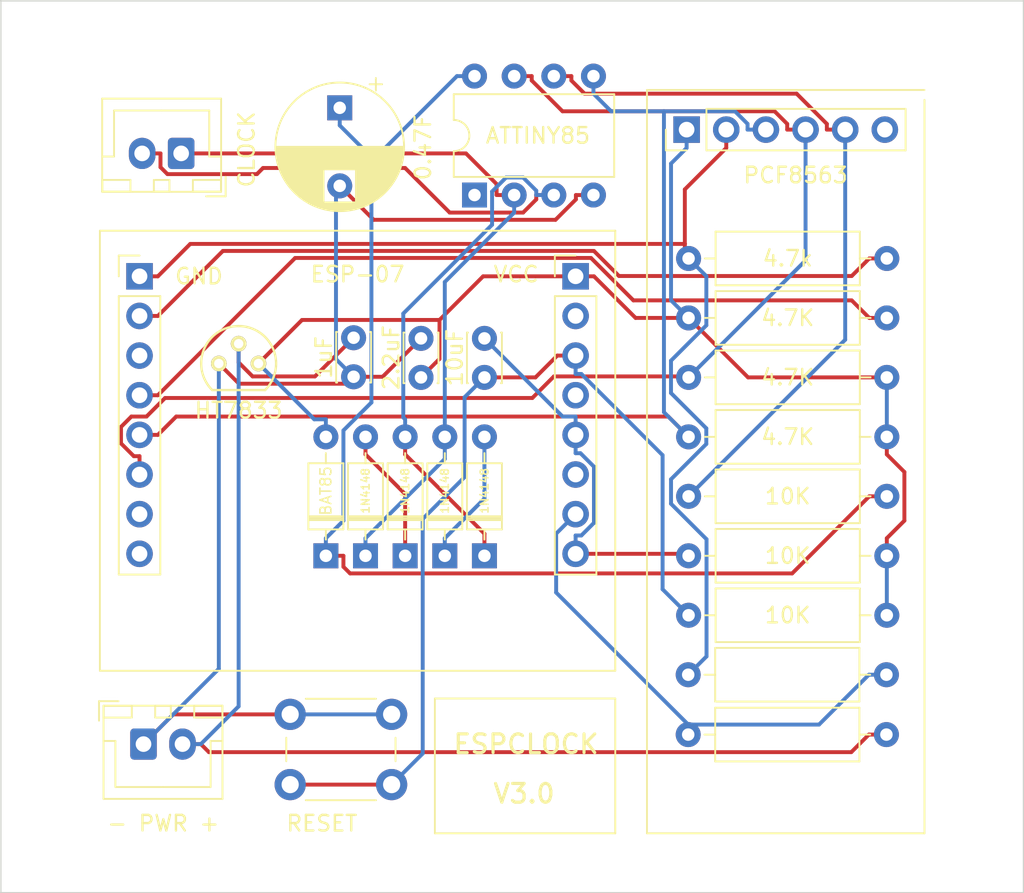
<source format=kicad_pcb>
(kicad_pcb (version 20171130) (host pcbnew "(5.1.6)-1")

  (general
    (thickness 1.6)
    (drawings 32)
    (tracks 220)
    (zones 0)
    (modules 26)
    (nets 18)
  )

  (page A4)
  (layers
    (0 F.Cu signal)
    (31 B.Cu signal)
    (32 B.Adhes user)
    (33 F.Adhes user)
    (34 B.Paste user)
    (35 F.Paste user)
    (36 B.SilkS user)
    (37 F.SilkS user)
    (38 B.Mask user)
    (39 F.Mask user)
    (40 Dwgs.User user)
    (41 Cmts.User user)
    (42 Eco1.User user)
    (43 Eco2.User user)
    (44 Edge.Cuts user)
    (45 Margin user)
    (46 B.CrtYd user)
    (47 F.CrtYd user)
    (48 B.Fab user)
    (49 F.Fab user)
  )

  (setup
    (last_trace_width 0.25)
    (trace_clearance 0.2)
    (zone_clearance 0.508)
    (zone_45_only no)
    (trace_min 0.2)
    (via_size 0.8)
    (via_drill 0.4)
    (via_min_size 0.4)
    (via_min_drill 0.3)
    (uvia_size 0.3)
    (uvia_drill 0.1)
    (uvias_allowed no)
    (uvia_min_size 0.2)
    (uvia_min_drill 0.1)
    (edge_width 0.05)
    (segment_width 0.2)
    (pcb_text_width 0.3)
    (pcb_text_size 1.5 1.5)
    (mod_edge_width 0.12)
    (mod_text_size 1 1)
    (mod_text_width 0.15)
    (pad_size 1.524 1.524)
    (pad_drill 0.762)
    (pad_to_mask_clearance 0.051)
    (solder_mask_min_width 0.25)
    (aux_axis_origin 0 0)
    (visible_elements 7FFFF77F)
    (pcbplotparams
      (layerselection 0x010f8_ffffffff)
      (usegerberextensions true)
      (usegerberattributes false)
      (usegerberadvancedattributes false)
      (creategerberjobfile false)
      (excludeedgelayer true)
      (linewidth 0.100000)
      (plotframeref false)
      (viasonmask false)
      (mode 1)
      (useauxorigin false)
      (hpglpennumber 1)
      (hpglpenspeed 20)
      (hpglpendiameter 15.000000)
      (psnegative false)
      (psa4output false)
      (plotreference true)
      (plotvalue true)
      (plotinvisibletext false)
      (padsonsilk false)
      (subtractmaskfromsilk false)
      (outputformat 1)
      (mirror false)
      (drillshape 0)
      (scaleselection 1)
      (outputdirectory "gerber/"))
  )

  (net 0 "")
  (net 1 "Net-(C4-Pad1)")
  (net 2 "Net-(D2-Pad2)")
  (net 3 "Net-(D2-Pad1)")
  (net 4 "Net-(D3-Pad1)")
  (net 5 "Net-(D4-Pad2)")
  (net 6 /GND)
  (net 7 "Net-(C1-Pad1)")
  (net 8 /SCL)
  (net 9 /SDA)
  (net 10 /GPIO15)
  (net 11 /GPIO0)
  (net 12 /COT)
  (net 13 /VCC)
  (net 14 /GPIO16)
  (net 15 /GPIO12)
  (net 16 "Net-(C1-Pad2)")
  (net 17 /ADC)

  (net_class Default "This is the default net class."
    (clearance 0.2)
    (trace_width 0.25)
    (via_dia 0.8)
    (via_drill 0.4)
    (uvia_dia 0.3)
    (uvia_drill 0.1)
    (add_net /ADC)
    (add_net /COT)
    (add_net /GND)
    (add_net /GPIO0)
    (add_net /GPIO12)
    (add_net /GPIO15)
    (add_net /GPIO16)
    (add_net /SCL)
    (add_net /SDA)
    (add_net /VCC)
    (add_net "Net-(C1-Pad1)")
    (add_net "Net-(C1-Pad2)")
    (add_net "Net-(C4-Pad1)")
    (add_net "Net-(D2-Pad1)")
    (add_net "Net-(D2-Pad2)")
    (add_net "Net-(D3-Pad1)")
    (add_net "Net-(D4-Pad2)")
  )

  (module Resistor_THT:R_Axial_DIN0309_L9.0mm_D3.2mm_P12.70mm_Horizontal (layer F.Cu) (tedit 5AE5139B) (tstamp 6044D166)
    (at 80.6196 83.82)
    (descr "Resistor, Axial_DIN0309 series, Axial, Horizontal, pin pitch=12.7mm, 0.5W = 1/2W, length*diameter=9*3.2mm^2, http://cdn-reichelt.de/documents/datenblatt/B400/1_4W%23YAG.pdf")
    (tags "Resistor Axial_DIN0309 series Axial Horizontal pin pitch 12.7mm 0.5W = 1/2W length 9mm diameter 3.2mm")
    (path /6044B02B)
    (fp_text reference R9 (at 6.35 -2.72) (layer F.SilkS) hide
      (effects (font (size 1 1) (thickness 0.15)))
    )
    (fp_text value 10K (at 6.5532 -0.0508) (layer F.Fab)
      (effects (font (size 1 1) (thickness 0.15)))
    )
    (fp_text user %R (at 6.35 0) (layer F.Fab) hide
      (effects (font (size 1 1) (thickness 0.15)))
    )
    (fp_line (start 1.85 -1.6) (end 1.85 1.6) (layer F.Fab) (width 0.1))
    (fp_line (start 1.85 1.6) (end 10.85 1.6) (layer F.Fab) (width 0.1))
    (fp_line (start 10.85 1.6) (end 10.85 -1.6) (layer F.Fab) (width 0.1))
    (fp_line (start 10.85 -1.6) (end 1.85 -1.6) (layer F.Fab) (width 0.1))
    (fp_line (start 0 0) (end 1.85 0) (layer F.Fab) (width 0.1))
    (fp_line (start 12.7 0) (end 10.85 0) (layer F.Fab) (width 0.1))
    (fp_line (start 1.73 -1.72) (end 1.73 1.72) (layer F.SilkS) (width 0.12))
    (fp_line (start 1.73 1.72) (end 10.97 1.72) (layer F.SilkS) (width 0.12))
    (fp_line (start 10.97 1.72) (end 10.97 -1.72) (layer F.SilkS) (width 0.12))
    (fp_line (start 10.97 -1.72) (end 1.73 -1.72) (layer F.SilkS) (width 0.12))
    (fp_line (start 1.04 0) (end 1.73 0) (layer F.SilkS) (width 0.12))
    (fp_line (start 11.66 0) (end 10.97 0) (layer F.SilkS) (width 0.12))
    (fp_line (start -1.05 -1.85) (end -1.05 1.85) (layer F.CrtYd) (width 0.05))
    (fp_line (start -1.05 1.85) (end 13.75 1.85) (layer F.CrtYd) (width 0.05))
    (fp_line (start 13.75 1.85) (end 13.75 -1.85) (layer F.CrtYd) (width 0.05))
    (fp_line (start 13.75 -1.85) (end -1.05 -1.85) (layer F.CrtYd) (width 0.05))
    (pad 2 thru_hole oval (at 12.7 0) (size 1.6 1.6) (drill 0.8) (layers *.Cu *.Mask)
      (net 17 /ADC))
    (pad 1 thru_hole circle (at 0 0) (size 1.6 1.6) (drill 0.8) (layers *.Cu *.Mask)
      (net 6 /GND))
    (model ${KISYS3DMOD}/Resistor_THT.3dshapes/R_Axial_DIN0309_L9.0mm_D3.2mm_P12.70mm_Horizontal.wrl
      (at (xyz 0 0 0))
      (scale (xyz 1 1 1))
      (rotate (xyz 0 0 0))
    )
  )

  (module Resistor_THT:R_Axial_DIN0309_L9.0mm_D3.2mm_P12.70mm_Horizontal (layer F.Cu) (tedit 5AE5139B) (tstamp 6044D14F)
    (at 80.6196 87.6554)
    (descr "Resistor, Axial_DIN0309 series, Axial, Horizontal, pin pitch=12.7mm, 0.5W = 1/2W, length*diameter=9*3.2mm^2, http://cdn-reichelt.de/documents/datenblatt/B400/1_4W%23YAG.pdf")
    (tags "Resistor Axial_DIN0309 series Axial Horizontal pin pitch 12.7mm 0.5W = 1/2W length 9mm diameter 3.2mm")
    (path /6044C827)
    (fp_text reference R8 (at 6.35 -2.72) (layer F.SilkS) hide
      (effects (font (size 1 1) (thickness 0.15)))
    )
    (fp_text value 47K (at 6.4516 -0.0508) (layer F.Fab)
      (effects (font (size 1 1) (thickness 0.15)))
    )
    (fp_text user %R (at 6.35 0) (layer F.Fab) hide
      (effects (font (size 1 1) (thickness 0.15)))
    )
    (fp_line (start 1.85 -1.6) (end 1.85 1.6) (layer F.Fab) (width 0.1))
    (fp_line (start 1.85 1.6) (end 10.85 1.6) (layer F.Fab) (width 0.1))
    (fp_line (start 10.85 1.6) (end 10.85 -1.6) (layer F.Fab) (width 0.1))
    (fp_line (start 10.85 -1.6) (end 1.85 -1.6) (layer F.Fab) (width 0.1))
    (fp_line (start 0 0) (end 1.85 0) (layer F.Fab) (width 0.1))
    (fp_line (start 12.7 0) (end 10.85 0) (layer F.Fab) (width 0.1))
    (fp_line (start 1.73 -1.72) (end 1.73 1.72) (layer F.SilkS) (width 0.12))
    (fp_line (start 1.73 1.72) (end 10.97 1.72) (layer F.SilkS) (width 0.12))
    (fp_line (start 10.97 1.72) (end 10.97 -1.72) (layer F.SilkS) (width 0.12))
    (fp_line (start 10.97 -1.72) (end 1.73 -1.72) (layer F.SilkS) (width 0.12))
    (fp_line (start 1.04 0) (end 1.73 0) (layer F.SilkS) (width 0.12))
    (fp_line (start 11.66 0) (end 10.97 0) (layer F.SilkS) (width 0.12))
    (fp_line (start -1.05 -1.85) (end -1.05 1.85) (layer F.CrtYd) (width 0.05))
    (fp_line (start -1.05 1.85) (end 13.75 1.85) (layer F.CrtYd) (width 0.05))
    (fp_line (start 13.75 1.85) (end 13.75 -1.85) (layer F.CrtYd) (width 0.05))
    (fp_line (start 13.75 -1.85) (end -1.05 -1.85) (layer F.CrtYd) (width 0.05))
    (pad 2 thru_hole oval (at 12.7 0) (size 1.6 1.6) (drill 0.8) (layers *.Cu *.Mask)
      (net 7 "Net-(C1-Pad1)"))
    (pad 1 thru_hole circle (at 0 0) (size 1.6 1.6) (drill 0.8) (layers *.Cu *.Mask)
      (net 17 /ADC))
    (model ${KISYS3DMOD}/Resistor_THT.3dshapes/R_Axial_DIN0309_L9.0mm_D3.2mm_P12.70mm_Horizontal.wrl
      (at (xyz 0 0 0))
      (scale (xyz 1 1 1))
      (rotate (xyz 0 0 0))
    )
  )

  (module Capacitor_THT:CP_Radial_D8.0mm_P5.00mm (layer F.Cu) (tedit 5AE50EF0) (tstamp 5E673FAB)
    (at 58.293 47.498 270)
    (descr "CP, Radial series, Radial, pin pitch=5.00mm, , diameter=8mm, Electrolytic Capacitor")
    (tags "CP Radial series Radial pin pitch 5.00mm  diameter 8mm Electrolytic Capacitor")
    (path /5E47ECC7)
    (fp_text reference C4 (at 2.286 -5.461 270) (layer F.SilkS) hide
      (effects (font (size 1 1) (thickness 0.15)))
    )
    (fp_text value 0.47F (at 2.54 -5.334 90) (layer F.SilkS)
      (effects (font (size 1 1) (thickness 0.15)))
    )
    (fp_circle (center 2.5 0) (end 6.5 0) (layer F.Fab) (width 0.1))
    (fp_circle (center 2.5 0) (end 6.62 0) (layer F.SilkS) (width 0.12))
    (fp_circle (center 2.5 0) (end 6.75 0) (layer F.CrtYd) (width 0.05))
    (fp_line (start -0.926759 -1.7475) (end -0.126759 -1.7475) (layer F.Fab) (width 0.1))
    (fp_line (start -0.526759 -2.1475) (end -0.526759 -1.3475) (layer F.Fab) (width 0.1))
    (fp_line (start 2.5 -4.08) (end 2.5 4.08) (layer F.SilkS) (width 0.12))
    (fp_line (start 2.54 -4.08) (end 2.54 4.08) (layer F.SilkS) (width 0.12))
    (fp_line (start 2.58 -4.08) (end 2.58 4.08) (layer F.SilkS) (width 0.12))
    (fp_line (start 2.62 -4.079) (end 2.62 4.079) (layer F.SilkS) (width 0.12))
    (fp_line (start 2.66 -4.077) (end 2.66 4.077) (layer F.SilkS) (width 0.12))
    (fp_line (start 2.7 -4.076) (end 2.7 4.076) (layer F.SilkS) (width 0.12))
    (fp_line (start 2.74 -4.074) (end 2.74 4.074) (layer F.SilkS) (width 0.12))
    (fp_line (start 2.78 -4.071) (end 2.78 4.071) (layer F.SilkS) (width 0.12))
    (fp_line (start 2.82 -4.068) (end 2.82 4.068) (layer F.SilkS) (width 0.12))
    (fp_line (start 2.86 -4.065) (end 2.86 4.065) (layer F.SilkS) (width 0.12))
    (fp_line (start 2.9 -4.061) (end 2.9 4.061) (layer F.SilkS) (width 0.12))
    (fp_line (start 2.94 -4.057) (end 2.94 4.057) (layer F.SilkS) (width 0.12))
    (fp_line (start 2.98 -4.052) (end 2.98 4.052) (layer F.SilkS) (width 0.12))
    (fp_line (start 3.02 -4.048) (end 3.02 4.048) (layer F.SilkS) (width 0.12))
    (fp_line (start 3.06 -4.042) (end 3.06 4.042) (layer F.SilkS) (width 0.12))
    (fp_line (start 3.1 -4.037) (end 3.1 4.037) (layer F.SilkS) (width 0.12))
    (fp_line (start 3.14 -4.03) (end 3.14 4.03) (layer F.SilkS) (width 0.12))
    (fp_line (start 3.18 -4.024) (end 3.18 4.024) (layer F.SilkS) (width 0.12))
    (fp_line (start 3.221 -4.017) (end 3.221 4.017) (layer F.SilkS) (width 0.12))
    (fp_line (start 3.261 -4.01) (end 3.261 4.01) (layer F.SilkS) (width 0.12))
    (fp_line (start 3.301 -4.002) (end 3.301 4.002) (layer F.SilkS) (width 0.12))
    (fp_line (start 3.341 -3.994) (end 3.341 3.994) (layer F.SilkS) (width 0.12))
    (fp_line (start 3.381 -3.985) (end 3.381 3.985) (layer F.SilkS) (width 0.12))
    (fp_line (start 3.421 -3.976) (end 3.421 3.976) (layer F.SilkS) (width 0.12))
    (fp_line (start 3.461 -3.967) (end 3.461 3.967) (layer F.SilkS) (width 0.12))
    (fp_line (start 3.501 -3.957) (end 3.501 3.957) (layer F.SilkS) (width 0.12))
    (fp_line (start 3.541 -3.947) (end 3.541 3.947) (layer F.SilkS) (width 0.12))
    (fp_line (start 3.581 -3.936) (end 3.581 3.936) (layer F.SilkS) (width 0.12))
    (fp_line (start 3.621 -3.925) (end 3.621 3.925) (layer F.SilkS) (width 0.12))
    (fp_line (start 3.661 -3.914) (end 3.661 3.914) (layer F.SilkS) (width 0.12))
    (fp_line (start 3.701 -3.902) (end 3.701 3.902) (layer F.SilkS) (width 0.12))
    (fp_line (start 3.741 -3.889) (end 3.741 3.889) (layer F.SilkS) (width 0.12))
    (fp_line (start 3.781 -3.877) (end 3.781 3.877) (layer F.SilkS) (width 0.12))
    (fp_line (start 3.821 -3.863) (end 3.821 3.863) (layer F.SilkS) (width 0.12))
    (fp_line (start 3.861 -3.85) (end 3.861 3.85) (layer F.SilkS) (width 0.12))
    (fp_line (start 3.901 -3.835) (end 3.901 3.835) (layer F.SilkS) (width 0.12))
    (fp_line (start 3.941 -3.821) (end 3.941 3.821) (layer F.SilkS) (width 0.12))
    (fp_line (start 3.981 -3.805) (end 3.981 -1.04) (layer F.SilkS) (width 0.12))
    (fp_line (start 3.981 1.04) (end 3.981 3.805) (layer F.SilkS) (width 0.12))
    (fp_line (start 4.021 -3.79) (end 4.021 -1.04) (layer F.SilkS) (width 0.12))
    (fp_line (start 4.021 1.04) (end 4.021 3.79) (layer F.SilkS) (width 0.12))
    (fp_line (start 4.061 -3.774) (end 4.061 -1.04) (layer F.SilkS) (width 0.12))
    (fp_line (start 4.061 1.04) (end 4.061 3.774) (layer F.SilkS) (width 0.12))
    (fp_line (start 4.101 -3.757) (end 4.101 -1.04) (layer F.SilkS) (width 0.12))
    (fp_line (start 4.101 1.04) (end 4.101 3.757) (layer F.SilkS) (width 0.12))
    (fp_line (start 4.141 -3.74) (end 4.141 -1.04) (layer F.SilkS) (width 0.12))
    (fp_line (start 4.141 1.04) (end 4.141 3.74) (layer F.SilkS) (width 0.12))
    (fp_line (start 4.181 -3.722) (end 4.181 -1.04) (layer F.SilkS) (width 0.12))
    (fp_line (start 4.181 1.04) (end 4.181 3.722) (layer F.SilkS) (width 0.12))
    (fp_line (start 4.221 -3.704) (end 4.221 -1.04) (layer F.SilkS) (width 0.12))
    (fp_line (start 4.221 1.04) (end 4.221 3.704) (layer F.SilkS) (width 0.12))
    (fp_line (start 4.261 -3.686) (end 4.261 -1.04) (layer F.SilkS) (width 0.12))
    (fp_line (start 4.261 1.04) (end 4.261 3.686) (layer F.SilkS) (width 0.12))
    (fp_line (start 4.301 -3.666) (end 4.301 -1.04) (layer F.SilkS) (width 0.12))
    (fp_line (start 4.301 1.04) (end 4.301 3.666) (layer F.SilkS) (width 0.12))
    (fp_line (start 4.341 -3.647) (end 4.341 -1.04) (layer F.SilkS) (width 0.12))
    (fp_line (start 4.341 1.04) (end 4.341 3.647) (layer F.SilkS) (width 0.12))
    (fp_line (start 4.381 -3.627) (end 4.381 -1.04) (layer F.SilkS) (width 0.12))
    (fp_line (start 4.381 1.04) (end 4.381 3.627) (layer F.SilkS) (width 0.12))
    (fp_line (start 4.421 -3.606) (end 4.421 -1.04) (layer F.SilkS) (width 0.12))
    (fp_line (start 4.421 1.04) (end 4.421 3.606) (layer F.SilkS) (width 0.12))
    (fp_line (start 4.461 -3.584) (end 4.461 -1.04) (layer F.SilkS) (width 0.12))
    (fp_line (start 4.461 1.04) (end 4.461 3.584) (layer F.SilkS) (width 0.12))
    (fp_line (start 4.501 -3.562) (end 4.501 -1.04) (layer F.SilkS) (width 0.12))
    (fp_line (start 4.501 1.04) (end 4.501 3.562) (layer F.SilkS) (width 0.12))
    (fp_line (start 4.541 -3.54) (end 4.541 -1.04) (layer F.SilkS) (width 0.12))
    (fp_line (start 4.541 1.04) (end 4.541 3.54) (layer F.SilkS) (width 0.12))
    (fp_line (start 4.581 -3.517) (end 4.581 -1.04) (layer F.SilkS) (width 0.12))
    (fp_line (start 4.581 1.04) (end 4.581 3.517) (layer F.SilkS) (width 0.12))
    (fp_line (start 4.621 -3.493) (end 4.621 -1.04) (layer F.SilkS) (width 0.12))
    (fp_line (start 4.621 1.04) (end 4.621 3.493) (layer F.SilkS) (width 0.12))
    (fp_line (start 4.661 -3.469) (end 4.661 -1.04) (layer F.SilkS) (width 0.12))
    (fp_line (start 4.661 1.04) (end 4.661 3.469) (layer F.SilkS) (width 0.12))
    (fp_line (start 4.701 -3.444) (end 4.701 -1.04) (layer F.SilkS) (width 0.12))
    (fp_line (start 4.701 1.04) (end 4.701 3.444) (layer F.SilkS) (width 0.12))
    (fp_line (start 4.741 -3.418) (end 4.741 -1.04) (layer F.SilkS) (width 0.12))
    (fp_line (start 4.741 1.04) (end 4.741 3.418) (layer F.SilkS) (width 0.12))
    (fp_line (start 4.781 -3.392) (end 4.781 -1.04) (layer F.SilkS) (width 0.12))
    (fp_line (start 4.781 1.04) (end 4.781 3.392) (layer F.SilkS) (width 0.12))
    (fp_line (start 4.821 -3.365) (end 4.821 -1.04) (layer F.SilkS) (width 0.12))
    (fp_line (start 4.821 1.04) (end 4.821 3.365) (layer F.SilkS) (width 0.12))
    (fp_line (start 4.861 -3.338) (end 4.861 -1.04) (layer F.SilkS) (width 0.12))
    (fp_line (start 4.861 1.04) (end 4.861 3.338) (layer F.SilkS) (width 0.12))
    (fp_line (start 4.901 -3.309) (end 4.901 -1.04) (layer F.SilkS) (width 0.12))
    (fp_line (start 4.901 1.04) (end 4.901 3.309) (layer F.SilkS) (width 0.12))
    (fp_line (start 4.941 -3.28) (end 4.941 -1.04) (layer F.SilkS) (width 0.12))
    (fp_line (start 4.941 1.04) (end 4.941 3.28) (layer F.SilkS) (width 0.12))
    (fp_line (start 4.981 -3.25) (end 4.981 -1.04) (layer F.SilkS) (width 0.12))
    (fp_line (start 4.981 1.04) (end 4.981 3.25) (layer F.SilkS) (width 0.12))
    (fp_line (start 5.021 -3.22) (end 5.021 -1.04) (layer F.SilkS) (width 0.12))
    (fp_line (start 5.021 1.04) (end 5.021 3.22) (layer F.SilkS) (width 0.12))
    (fp_line (start 5.061 -3.189) (end 5.061 -1.04) (layer F.SilkS) (width 0.12))
    (fp_line (start 5.061 1.04) (end 5.061 3.189) (layer F.SilkS) (width 0.12))
    (fp_line (start 5.101 -3.156) (end 5.101 -1.04) (layer F.SilkS) (width 0.12))
    (fp_line (start 5.101 1.04) (end 5.101 3.156) (layer F.SilkS) (width 0.12))
    (fp_line (start 5.141 -3.124) (end 5.141 -1.04) (layer F.SilkS) (width 0.12))
    (fp_line (start 5.141 1.04) (end 5.141 3.124) (layer F.SilkS) (width 0.12))
    (fp_line (start 5.181 -3.09) (end 5.181 -1.04) (layer F.SilkS) (width 0.12))
    (fp_line (start 5.181 1.04) (end 5.181 3.09) (layer F.SilkS) (width 0.12))
    (fp_line (start 5.221 -3.055) (end 5.221 -1.04) (layer F.SilkS) (width 0.12))
    (fp_line (start 5.221 1.04) (end 5.221 3.055) (layer F.SilkS) (width 0.12))
    (fp_line (start 5.261 -3.019) (end 5.261 -1.04) (layer F.SilkS) (width 0.12))
    (fp_line (start 5.261 1.04) (end 5.261 3.019) (layer F.SilkS) (width 0.12))
    (fp_line (start 5.301 -2.983) (end 5.301 -1.04) (layer F.SilkS) (width 0.12))
    (fp_line (start 5.301 1.04) (end 5.301 2.983) (layer F.SilkS) (width 0.12))
    (fp_line (start 5.341 -2.945) (end 5.341 -1.04) (layer F.SilkS) (width 0.12))
    (fp_line (start 5.341 1.04) (end 5.341 2.945) (layer F.SilkS) (width 0.12))
    (fp_line (start 5.381 -2.907) (end 5.381 -1.04) (layer F.SilkS) (width 0.12))
    (fp_line (start 5.381 1.04) (end 5.381 2.907) (layer F.SilkS) (width 0.12))
    (fp_line (start 5.421 -2.867) (end 5.421 -1.04) (layer F.SilkS) (width 0.12))
    (fp_line (start 5.421 1.04) (end 5.421 2.867) (layer F.SilkS) (width 0.12))
    (fp_line (start 5.461 -2.826) (end 5.461 -1.04) (layer F.SilkS) (width 0.12))
    (fp_line (start 5.461 1.04) (end 5.461 2.826) (layer F.SilkS) (width 0.12))
    (fp_line (start 5.501 -2.784) (end 5.501 -1.04) (layer F.SilkS) (width 0.12))
    (fp_line (start 5.501 1.04) (end 5.501 2.784) (layer F.SilkS) (width 0.12))
    (fp_line (start 5.541 -2.741) (end 5.541 -1.04) (layer F.SilkS) (width 0.12))
    (fp_line (start 5.541 1.04) (end 5.541 2.741) (layer F.SilkS) (width 0.12))
    (fp_line (start 5.581 -2.697) (end 5.581 -1.04) (layer F.SilkS) (width 0.12))
    (fp_line (start 5.581 1.04) (end 5.581 2.697) (layer F.SilkS) (width 0.12))
    (fp_line (start 5.621 -2.651) (end 5.621 -1.04) (layer F.SilkS) (width 0.12))
    (fp_line (start 5.621 1.04) (end 5.621 2.651) (layer F.SilkS) (width 0.12))
    (fp_line (start 5.661 -2.604) (end 5.661 -1.04) (layer F.SilkS) (width 0.12))
    (fp_line (start 5.661 1.04) (end 5.661 2.604) (layer F.SilkS) (width 0.12))
    (fp_line (start 5.701 -2.556) (end 5.701 -1.04) (layer F.SilkS) (width 0.12))
    (fp_line (start 5.701 1.04) (end 5.701 2.556) (layer F.SilkS) (width 0.12))
    (fp_line (start 5.741 -2.505) (end 5.741 -1.04) (layer F.SilkS) (width 0.12))
    (fp_line (start 5.741 1.04) (end 5.741 2.505) (layer F.SilkS) (width 0.12))
    (fp_line (start 5.781 -2.454) (end 5.781 -1.04) (layer F.SilkS) (width 0.12))
    (fp_line (start 5.781 1.04) (end 5.781 2.454) (layer F.SilkS) (width 0.12))
    (fp_line (start 5.821 -2.4) (end 5.821 -1.04) (layer F.SilkS) (width 0.12))
    (fp_line (start 5.821 1.04) (end 5.821 2.4) (layer F.SilkS) (width 0.12))
    (fp_line (start 5.861 -2.345) (end 5.861 -1.04) (layer F.SilkS) (width 0.12))
    (fp_line (start 5.861 1.04) (end 5.861 2.345) (layer F.SilkS) (width 0.12))
    (fp_line (start 5.901 -2.287) (end 5.901 -1.04) (layer F.SilkS) (width 0.12))
    (fp_line (start 5.901 1.04) (end 5.901 2.287) (layer F.SilkS) (width 0.12))
    (fp_line (start 5.941 -2.228) (end 5.941 -1.04) (layer F.SilkS) (width 0.12))
    (fp_line (start 5.941 1.04) (end 5.941 2.228) (layer F.SilkS) (width 0.12))
    (fp_line (start 5.981 -2.166) (end 5.981 -1.04) (layer F.SilkS) (width 0.12))
    (fp_line (start 5.981 1.04) (end 5.981 2.166) (layer F.SilkS) (width 0.12))
    (fp_line (start 6.021 -2.102) (end 6.021 -1.04) (layer F.SilkS) (width 0.12))
    (fp_line (start 6.021 1.04) (end 6.021 2.102) (layer F.SilkS) (width 0.12))
    (fp_line (start 6.061 -2.034) (end 6.061 2.034) (layer F.SilkS) (width 0.12))
    (fp_line (start 6.101 -1.964) (end 6.101 1.964) (layer F.SilkS) (width 0.12))
    (fp_line (start 6.141 -1.89) (end 6.141 1.89) (layer F.SilkS) (width 0.12))
    (fp_line (start 6.181 -1.813) (end 6.181 1.813) (layer F.SilkS) (width 0.12))
    (fp_line (start 6.221 -1.731) (end 6.221 1.731) (layer F.SilkS) (width 0.12))
    (fp_line (start 6.261 -1.645) (end 6.261 1.645) (layer F.SilkS) (width 0.12))
    (fp_line (start 6.301 -1.552) (end 6.301 1.552) (layer F.SilkS) (width 0.12))
    (fp_line (start 6.341 -1.453) (end 6.341 1.453) (layer F.SilkS) (width 0.12))
    (fp_line (start 6.381 -1.346) (end 6.381 1.346) (layer F.SilkS) (width 0.12))
    (fp_line (start 6.421 -1.229) (end 6.421 1.229) (layer F.SilkS) (width 0.12))
    (fp_line (start 6.461 -1.098) (end 6.461 1.098) (layer F.SilkS) (width 0.12))
    (fp_line (start 6.501 -0.948) (end 6.501 0.948) (layer F.SilkS) (width 0.12))
    (fp_line (start 6.541 -0.768) (end 6.541 0.768) (layer F.SilkS) (width 0.12))
    (fp_line (start 6.581 -0.533) (end 6.581 0.533) (layer F.SilkS) (width 0.12))
    (fp_line (start -1.909698 -2.315) (end -1.109698 -2.315) (layer F.SilkS) (width 0.12))
    (fp_line (start -1.509698 -2.715) (end -1.509698 -1.915) (layer F.SilkS) (width 0.12))
    (fp_text user %R (at 2.5 0 270) (layer F.Fab) hide
      (effects (font (size 1 1) (thickness 0.15)))
    )
    (pad 2 thru_hole circle (at 5 0 270) (size 1.6 1.6) (drill 0.8) (layers *.Cu *.Mask)
      (net 16 "Net-(C1-Pad2)"))
    (pad 1 thru_hole rect (at 0 0 270) (size 1.6 1.6) (drill 0.8) (layers *.Cu *.Mask)
      (net 1 "Net-(C4-Pad1)"))
    (model ${KISYS3DMOD}/Capacitor_THT.3dshapes/CP_Radial_D8.0mm_P5.00mm.wrl
      (at (xyz 0 0 0))
      (scale (xyz 1 1 1))
      (rotate (xyz 0 0 0))
    )
  )

  (module HT7333.pretty:ht7333-a (layer F.Cu) (tedit 586568D1) (tstamp 5E6740E0)
    (at 50.546 63.881)
    (descr "TO-92 leads molded, narrow, drill 0.6mm (see NXP sot054_po.pdf)")
    (tags "to-92 sc-43 sc-43a sot54 PA33 transistor")
    (path /5E482659)
    (fp_text reference L1 (at 0 -4) (layer F.SilkS) hide
      (effects (font (size 1 1) (thickness 0.15)))
    )
    (fp_text value HT7833 (at 1.27 3) (layer F.SilkS)
      (effects (font (size 1 1) (thickness 0.15)))
    )
    (fp_line (start -1.4 1.95) (end -1.4 -2.65) (layer F.CrtYd) (width 0.05))
    (fp_line (start -1.4 1.95) (end 3.9 1.95) (layer F.CrtYd) (width 0.05))
    (fp_line (start -0.43 1.7) (end 2.97 1.7) (layer F.SilkS) (width 0.15))
    (fp_line (start -1.4 -2.65) (end 3.9 -2.65) (layer F.CrtYd) (width 0.05))
    (fp_line (start 3.9 1.95) (end 3.9 -2.65) (layer F.CrtYd) (width 0.05))
    (fp_arc (start 1.27 0) (end 1.27 -2.4) (angle 135) (layer F.SilkS) (width 0.15))
    (fp_arc (start 1.27 0) (end 1.27 -2.4) (angle -135) (layer F.SilkS) (width 0.15))
    (pad 1 thru_hole circle (at 0 0 90) (size 1.00076 1.00076) (drill 0.6) (layers *.Cu *.Mask F.SilkS)
      (net 16 "Net-(C1-Pad2)"))
    (pad 3 thru_hole circle (at 2.54 0 90) (size 1.00076 1.00076) (drill 0.6) (layers *.Cu *.Mask F.SilkS)
      (net 13 /VCC))
    (pad 2 thru_hole circle (at 1.27 -1.27 90) (size 1.00076 1.00076) (drill 0.6) (layers *.Cu *.Mask F.SilkS)
      (net 7 "Net-(C1-Pad1)"))
    (model TO_SOT_Packages_THT.3dshapes/TO-92_Molded_Narrow.wrl
      (offset (xyz 1.269999980926514 0 0))
      (scale (xyz 1 1 1))
      (rotate (xyz 0 0 -90))
    )
  )

  (module Connector_JST:JST_XH_B2B-XH-A_1x02_P2.50mm_Vertical (layer F.Cu) (tedit 5C28146C) (tstamp 5E674063)
    (at 48.133 50.419 180)
    (descr "JST XH series connector, B2B-XH-A (http://www.jst-mfg.com/product/pdf/eng/eXH.pdf), generated with kicad-footprint-generator")
    (tags "connector JST XH vertical")
    (path /5E4EB2CE)
    (fp_text reference J1 (at 1.25 -3.55) (layer F.SilkS) hide
      (effects (font (size 1 1) (thickness 0.15)))
    )
    (fp_text value "Quartz Clock" (at 1.25 4.6) (layer F.Fab) hide
      (effects (font (size 1 1) (thickness 0.15)))
    )
    (fp_line (start -2.45 -2.35) (end -2.45 3.4) (layer F.Fab) (width 0.1))
    (fp_line (start -2.45 3.4) (end 4.95 3.4) (layer F.Fab) (width 0.1))
    (fp_line (start 4.95 3.4) (end 4.95 -2.35) (layer F.Fab) (width 0.1))
    (fp_line (start 4.95 -2.35) (end -2.45 -2.35) (layer F.Fab) (width 0.1))
    (fp_line (start -2.56 -2.46) (end -2.56 3.51) (layer F.SilkS) (width 0.12))
    (fp_line (start -2.56 3.51) (end 5.06 3.51) (layer F.SilkS) (width 0.12))
    (fp_line (start 5.06 3.51) (end 5.06 -2.46) (layer F.SilkS) (width 0.12))
    (fp_line (start 5.06 -2.46) (end -2.56 -2.46) (layer F.SilkS) (width 0.12))
    (fp_line (start -2.95 -2.85) (end -2.95 3.9) (layer F.CrtYd) (width 0.05))
    (fp_line (start -2.95 3.9) (end 5.45 3.9) (layer F.CrtYd) (width 0.05))
    (fp_line (start 5.45 3.9) (end 5.45 -2.85) (layer F.CrtYd) (width 0.05))
    (fp_line (start 5.45 -2.85) (end -2.95 -2.85) (layer F.CrtYd) (width 0.05))
    (fp_line (start -0.625 -2.35) (end 0 -1.35) (layer F.Fab) (width 0.1))
    (fp_line (start 0 -1.35) (end 0.625 -2.35) (layer F.Fab) (width 0.1))
    (fp_line (start 0.75 -2.45) (end 0.75 -1.7) (layer F.SilkS) (width 0.12))
    (fp_line (start 0.75 -1.7) (end 1.75 -1.7) (layer F.SilkS) (width 0.12))
    (fp_line (start 1.75 -1.7) (end 1.75 -2.45) (layer F.SilkS) (width 0.12))
    (fp_line (start 1.75 -2.45) (end 0.75 -2.45) (layer F.SilkS) (width 0.12))
    (fp_line (start -2.55 -2.45) (end -2.55 -1.7) (layer F.SilkS) (width 0.12))
    (fp_line (start -2.55 -1.7) (end -0.75 -1.7) (layer F.SilkS) (width 0.12))
    (fp_line (start -0.75 -1.7) (end -0.75 -2.45) (layer F.SilkS) (width 0.12))
    (fp_line (start -0.75 -2.45) (end -2.55 -2.45) (layer F.SilkS) (width 0.12))
    (fp_line (start 3.25 -2.45) (end 3.25 -1.7) (layer F.SilkS) (width 0.12))
    (fp_line (start 3.25 -1.7) (end 5.05 -1.7) (layer F.SilkS) (width 0.12))
    (fp_line (start 5.05 -1.7) (end 5.05 -2.45) (layer F.SilkS) (width 0.12))
    (fp_line (start 5.05 -2.45) (end 3.25 -2.45) (layer F.SilkS) (width 0.12))
    (fp_line (start -2.55 -0.2) (end -1.8 -0.2) (layer F.SilkS) (width 0.12))
    (fp_line (start -1.8 -0.2) (end -1.8 2.75) (layer F.SilkS) (width 0.12))
    (fp_line (start -1.8 2.75) (end 1.25 2.75) (layer F.SilkS) (width 0.12))
    (fp_line (start 5.05 -0.2) (end 4.3 -0.2) (layer F.SilkS) (width 0.12))
    (fp_line (start 4.3 -0.2) (end 4.3 2.75) (layer F.SilkS) (width 0.12))
    (fp_line (start 4.3 2.75) (end 1.25 2.75) (layer F.SilkS) (width 0.12))
    (fp_line (start -1.6 -2.75) (end -2.85 -2.75) (layer F.SilkS) (width 0.12))
    (fp_line (start -2.85 -2.75) (end -2.85 -1.5) (layer F.SilkS) (width 0.12))
    (fp_text user %R (at 1.25 2.7) (layer F.Fab) hide
      (effects (font (size 1 1) (thickness 0.15)))
    )
    (pad 2 thru_hole oval (at 2.5 0 180) (size 1.7 2) (drill 1) (layers *.Cu *.Mask)
      (net 5 "Net-(D4-Pad2)"))
    (pad 1 thru_hole roundrect (at 0 0 180) (size 1.7 2) (drill 1) (layers *.Cu *.Mask) (roundrect_rratio 0.147059)
      (net 3 "Net-(D2-Pad1)"))
    (model ${KISYS3DMOD}/Connector_JST.3dshapes/JST_XH_B2B-XH-A_1x02_P2.50mm_Vertical.wrl
      (at (xyz 0 0 0))
      (scale (xyz 1 1 1))
      (rotate (xyz 0 0 0))
    )
  )

  (module Connector_JST:JST_XH_B2B-XH-A_1x02_P2.50mm_Vertical (layer F.Cu) (tedit 5C28146C) (tstamp 5E674080)
    (at 45.72 88.265)
    (descr "JST XH series connector, B2B-XH-A (http://www.jst-mfg.com/product/pdf/eng/eXH.pdf), generated with kicad-footprint-generator")
    (tags "connector JST XH vertical")
    (path /5E75021A)
    (fp_text reference J2 (at 1.25 -3.55 180) (layer F.SilkS) hide
      (effects (font (size 1 1) (thickness 0.15)))
    )
    (fp_text value Battery (at 1.25 4.6 180) (layer F.Fab) hide
      (effects (font (size 1 1) (thickness 0.15)))
    )
    (fp_line (start -2.45 -2.35) (end -2.45 3.4) (layer F.Fab) (width 0.1))
    (fp_line (start -2.45 3.4) (end 4.95 3.4) (layer F.Fab) (width 0.1))
    (fp_line (start 4.95 3.4) (end 4.95 -2.35) (layer F.Fab) (width 0.1))
    (fp_line (start 4.95 -2.35) (end -2.45 -2.35) (layer F.Fab) (width 0.1))
    (fp_line (start -2.56 -2.46) (end -2.56 3.51) (layer F.SilkS) (width 0.12))
    (fp_line (start -2.56 3.51) (end 5.06 3.51) (layer F.SilkS) (width 0.12))
    (fp_line (start 5.06 3.51) (end 5.06 -2.46) (layer F.SilkS) (width 0.12))
    (fp_line (start 5.06 -2.46) (end -2.56 -2.46) (layer F.SilkS) (width 0.12))
    (fp_line (start -2.95 -2.85) (end -2.95 3.9) (layer F.CrtYd) (width 0.05))
    (fp_line (start -2.95 3.9) (end 5.45 3.9) (layer F.CrtYd) (width 0.05))
    (fp_line (start 5.45 3.9) (end 5.45 -2.85) (layer F.CrtYd) (width 0.05))
    (fp_line (start 5.45 -2.85) (end -2.95 -2.85) (layer F.CrtYd) (width 0.05))
    (fp_line (start -0.625 -2.35) (end 0 -1.35) (layer F.Fab) (width 0.1))
    (fp_line (start 0 -1.35) (end 0.625 -2.35) (layer F.Fab) (width 0.1))
    (fp_line (start 0.75 -2.45) (end 0.75 -1.7) (layer F.SilkS) (width 0.12))
    (fp_line (start 0.75 -1.7) (end 1.75 -1.7) (layer F.SilkS) (width 0.12))
    (fp_line (start 1.75 -1.7) (end 1.75 -2.45) (layer F.SilkS) (width 0.12))
    (fp_line (start 1.75 -2.45) (end 0.75 -2.45) (layer F.SilkS) (width 0.12))
    (fp_line (start -2.55 -2.45) (end -2.55 -1.7) (layer F.SilkS) (width 0.12))
    (fp_line (start -2.55 -1.7) (end -0.75 -1.7) (layer F.SilkS) (width 0.12))
    (fp_line (start -0.75 -1.7) (end -0.75 -2.45) (layer F.SilkS) (width 0.12))
    (fp_line (start -0.75 -2.45) (end -2.55 -2.45) (layer F.SilkS) (width 0.12))
    (fp_line (start 3.25 -2.45) (end 3.25 -1.7) (layer F.SilkS) (width 0.12))
    (fp_line (start 3.25 -1.7) (end 5.05 -1.7) (layer F.SilkS) (width 0.12))
    (fp_line (start 5.05 -1.7) (end 5.05 -2.45) (layer F.SilkS) (width 0.12))
    (fp_line (start 5.05 -2.45) (end 3.25 -2.45) (layer F.SilkS) (width 0.12))
    (fp_line (start -2.55 -0.2) (end -1.8 -0.2) (layer F.SilkS) (width 0.12))
    (fp_line (start -1.8 -0.2) (end -1.8 2.75) (layer F.SilkS) (width 0.12))
    (fp_line (start -1.8 2.75) (end 1.25 2.75) (layer F.SilkS) (width 0.12))
    (fp_line (start 5.05 -0.2) (end 4.3 -0.2) (layer F.SilkS) (width 0.12))
    (fp_line (start 4.3 -0.2) (end 4.3 2.75) (layer F.SilkS) (width 0.12))
    (fp_line (start 4.3 2.75) (end 1.25 2.75) (layer F.SilkS) (width 0.12))
    (fp_line (start -1.6 -2.75) (end -2.85 -2.75) (layer F.SilkS) (width 0.12))
    (fp_line (start -2.85 -2.75) (end -2.85 -1.5) (layer F.SilkS) (width 0.12))
    (fp_text user %R (at 1.25 2.7 180) (layer F.Fab) hide
      (effects (font (size 1 1) (thickness 0.15)))
    )
    (pad 2 thru_hole oval (at 2.5 0) (size 1.7 2) (drill 1) (layers *.Cu *.Mask)
      (net 7 "Net-(C1-Pad1)"))
    (pad 1 thru_hole roundrect (at 0 0) (size 1.7 2) (drill 1) (layers *.Cu *.Mask) (roundrect_rratio 0.147059)
      (net 16 "Net-(C1-Pad2)"))
    (model ${KISYS3DMOD}/Connector_JST.3dshapes/JST_XH_B2B-XH-A_1x02_P2.50mm_Vertical.wrl
      (at (xyz 0 0 0))
      (scale (xyz 1 1 1))
      (rotate (xyz 0 0 0))
    )
  )

  (module Resistor_THT:R_Axial_DIN0309_L9.0mm_D3.2mm_P12.70mm_Horizontal (layer F.Cu) (tedit 5AE5139B) (tstamp 5E674142)
    (at 80.645 72.39)
    (descr "Resistor, Axial_DIN0309 series, Axial, Horizontal, pin pitch=12.7mm, 0.5W = 1/2W, length*diameter=9*3.2mm^2, http://cdn-reichelt.de/documents/datenblatt/B400/1_4W%23YAG.pdf")
    (tags "Resistor Axial_DIN0309 series Axial Horizontal pin pitch 12.7mm 0.5W = 1/2W length 9mm diameter 3.2mm")
    (path /5E4B0785)
    (fp_text reference R7 (at 6.35 -2.72) (layer F.SilkS) hide
      (effects (font (size 1 1) (thickness 0.15)))
    )
    (fp_text value 10K (at 6.35 0) (layer F.SilkS)
      (effects (font (size 1 1) (thickness 0.15)))
    )
    (fp_line (start 1.85 -1.6) (end 1.85 1.6) (layer F.Fab) (width 0.1))
    (fp_line (start 1.85 1.6) (end 10.85 1.6) (layer F.Fab) (width 0.1))
    (fp_line (start 10.85 1.6) (end 10.85 -1.6) (layer F.Fab) (width 0.1))
    (fp_line (start 10.85 -1.6) (end 1.85 -1.6) (layer F.Fab) (width 0.1))
    (fp_line (start 0 0) (end 1.85 0) (layer F.Fab) (width 0.1))
    (fp_line (start 12.7 0) (end 10.85 0) (layer F.Fab) (width 0.1))
    (fp_line (start 1.73 -1.72) (end 1.73 1.72) (layer F.SilkS) (width 0.12))
    (fp_line (start 1.73 1.72) (end 10.97 1.72) (layer F.SilkS) (width 0.12))
    (fp_line (start 10.97 1.72) (end 10.97 -1.72) (layer F.SilkS) (width 0.12))
    (fp_line (start 10.97 -1.72) (end 1.73 -1.72) (layer F.SilkS) (width 0.12))
    (fp_line (start 1.04 0) (end 1.73 0) (layer F.SilkS) (width 0.12))
    (fp_line (start 11.66 0) (end 10.97 0) (layer F.SilkS) (width 0.12))
    (fp_line (start -1.05 -1.85) (end -1.05 1.85) (layer F.CrtYd) (width 0.05))
    (fp_line (start -1.05 1.85) (end 13.75 1.85) (layer F.CrtYd) (width 0.05))
    (fp_line (start 13.75 1.85) (end 13.75 -1.85) (layer F.CrtYd) (width 0.05))
    (fp_line (start 13.75 -1.85) (end -1.05 -1.85) (layer F.CrtYd) (width 0.05))
    (fp_text user %R (at 6.35 0) (layer F.Fab) hide
      (effects (font (size 1 1) (thickness 0.15)))
    )
    (pad 2 thru_hole oval (at 12.7 0) (size 1.6 1.6) (drill 0.8) (layers *.Cu *.Mask)
      (net 1 "Net-(C4-Pad1)"))
    (pad 1 thru_hole circle (at 0 0) (size 1.6 1.6) (drill 0.8) (layers *.Cu *.Mask)
      (net 12 /COT))
    (model ${KISYS3DMOD}/Resistor_THT.3dshapes/R_Axial_DIN0309_L9.0mm_D3.2mm_P12.70mm_Horizontal.wrl
      (at (xyz 0 0 0))
      (scale (xyz 1 1 1))
      (rotate (xyz 0 0 0))
    )
  )

  (module Resistor_THT:R_Axial_DIN0309_L9.0mm_D3.2mm_P12.70mm_Horizontal (layer F.Cu) (tedit 5AE5139B) (tstamp 5E674134)
    (at 80.645 68.58)
    (descr "Resistor, Axial_DIN0309 series, Axial, Horizontal, pin pitch=12.7mm, 0.5W = 1/2W, length*diameter=9*3.2mm^2, http://cdn-reichelt.de/documents/datenblatt/B400/1_4W%23YAG.pdf")
    (tags "Resistor Axial_DIN0309 series Axial Horizontal pin pitch 12.7mm 0.5W = 1/2W length 9mm diameter 3.2mm")
    (path /5E4DB027)
    (fp_text reference R6 (at 6.35 -2.72) (layer F.SilkS) hide
      (effects (font (size 1 1) (thickness 0.15)))
    )
    (fp_text value 4.7K (at 6.35 0) (layer F.SilkS)
      (effects (font (size 1 1) (thickness 0.15)))
    )
    (fp_line (start 1.85 -1.6) (end 1.85 1.6) (layer F.Fab) (width 0.1))
    (fp_line (start 1.85 1.6) (end 10.85 1.6) (layer F.Fab) (width 0.1))
    (fp_line (start 10.85 1.6) (end 10.85 -1.6) (layer F.Fab) (width 0.1))
    (fp_line (start 10.85 -1.6) (end 1.85 -1.6) (layer F.Fab) (width 0.1))
    (fp_line (start 0 0) (end 1.85 0) (layer F.Fab) (width 0.1))
    (fp_line (start 12.7 0) (end 10.85 0) (layer F.Fab) (width 0.1))
    (fp_line (start 1.73 -1.72) (end 1.73 1.72) (layer F.SilkS) (width 0.12))
    (fp_line (start 1.73 1.72) (end 10.97 1.72) (layer F.SilkS) (width 0.12))
    (fp_line (start 10.97 1.72) (end 10.97 -1.72) (layer F.SilkS) (width 0.12))
    (fp_line (start 10.97 -1.72) (end 1.73 -1.72) (layer F.SilkS) (width 0.12))
    (fp_line (start 1.04 0) (end 1.73 0) (layer F.SilkS) (width 0.12))
    (fp_line (start 11.66 0) (end 10.97 0) (layer F.SilkS) (width 0.12))
    (fp_line (start -1.05 -1.85) (end -1.05 1.85) (layer F.CrtYd) (width 0.05))
    (fp_line (start -1.05 1.85) (end 13.75 1.85) (layer F.CrtYd) (width 0.05))
    (fp_line (start 13.75 1.85) (end 13.75 -1.85) (layer F.CrtYd) (width 0.05))
    (fp_line (start 13.75 -1.85) (end -1.05 -1.85) (layer F.CrtYd) (width 0.05))
    (fp_text user %R (at 6.35 0) (layer F.Fab) hide
      (effects (font (size 1 1) (thickness 0.15)))
    )
    (pad 2 thru_hole oval (at 12.7 0) (size 1.6 1.6) (drill 0.8) (layers *.Cu *.Mask)
      (net 13 /VCC))
    (pad 1 thru_hole circle (at 0 0) (size 1.6 1.6) (drill 0.8) (layers *.Cu *.Mask)
      (net 9 /SDA))
    (model ${KISYS3DMOD}/Resistor_THT.3dshapes/R_Axial_DIN0309_L9.0mm_D3.2mm_P12.70mm_Horizontal.wrl
      (at (xyz 0 0 0))
      (scale (xyz 1 1 1))
      (rotate (xyz 0 0 0))
    )
  )

  (module Resistor_THT:R_Axial_DIN0309_L9.0mm_D3.2mm_P12.70mm_Horizontal (layer F.Cu) (tedit 5AE5139B) (tstamp 5E674126)
    (at 80.645 64.77)
    (descr "Resistor, Axial_DIN0309 series, Axial, Horizontal, pin pitch=12.7mm, 0.5W = 1/2W, length*diameter=9*3.2mm^2, http://cdn-reichelt.de/documents/datenblatt/B400/1_4W%23YAG.pdf")
    (tags "Resistor Axial_DIN0309 series Axial Horizontal pin pitch 12.7mm 0.5W = 1/2W length 9mm diameter 3.2mm")
    (path /5E4DAA29)
    (fp_text reference R5 (at 6.35 -2.72) (layer F.SilkS) hide
      (effects (font (size 1 1) (thickness 0.15)))
    )
    (fp_text value 4.7K (at 6.35 0) (layer F.SilkS)
      (effects (font (size 1 1) (thickness 0.15)))
    )
    (fp_line (start 1.85 -1.6) (end 1.85 1.6) (layer F.Fab) (width 0.1))
    (fp_line (start 1.85 1.6) (end 10.85 1.6) (layer F.Fab) (width 0.1))
    (fp_line (start 10.85 1.6) (end 10.85 -1.6) (layer F.Fab) (width 0.1))
    (fp_line (start 10.85 -1.6) (end 1.85 -1.6) (layer F.Fab) (width 0.1))
    (fp_line (start 0 0) (end 1.85 0) (layer F.Fab) (width 0.1))
    (fp_line (start 12.7 0) (end 10.85 0) (layer F.Fab) (width 0.1))
    (fp_line (start 1.73 -1.72) (end 1.73 1.72) (layer F.SilkS) (width 0.12))
    (fp_line (start 1.73 1.72) (end 10.97 1.72) (layer F.SilkS) (width 0.12))
    (fp_line (start 10.97 1.72) (end 10.97 -1.72) (layer F.SilkS) (width 0.12))
    (fp_line (start 10.97 -1.72) (end 1.73 -1.72) (layer F.SilkS) (width 0.12))
    (fp_line (start 1.04 0) (end 1.73 0) (layer F.SilkS) (width 0.12))
    (fp_line (start 11.66 0) (end 10.97 0) (layer F.SilkS) (width 0.12))
    (fp_line (start -1.05 -1.85) (end -1.05 1.85) (layer F.CrtYd) (width 0.05))
    (fp_line (start -1.05 1.85) (end 13.75 1.85) (layer F.CrtYd) (width 0.05))
    (fp_line (start 13.75 1.85) (end 13.75 -1.85) (layer F.CrtYd) (width 0.05))
    (fp_line (start 13.75 -1.85) (end -1.05 -1.85) (layer F.CrtYd) (width 0.05))
    (fp_text user %R (at 6.35 0) (layer F.Fab) hide
      (effects (font (size 1 1) (thickness 0.15)))
    )
    (pad 2 thru_hole oval (at 12.7 0) (size 1.6 1.6) (drill 0.8) (layers *.Cu *.Mask)
      (net 13 /VCC))
    (pad 1 thru_hole circle (at 0 0) (size 1.6 1.6) (drill 0.8) (layers *.Cu *.Mask)
      (net 8 /SCL))
    (model ${KISYS3DMOD}/Resistor_THT.3dshapes/R_Axial_DIN0309_L9.0mm_D3.2mm_P12.70mm_Horizontal.wrl
      (at (xyz 0 0 0))
      (scale (xyz 1 1 1))
      (rotate (xyz 0 0 0))
    )
  )

  (module Resistor_THT:R_Axial_DIN0309_L9.0mm_D3.2mm_P12.70mm_Horizontal (layer F.Cu) (tedit 5AE5139B) (tstamp 5E674118)
    (at 80.645 80.01)
    (descr "Resistor, Axial_DIN0309 series, Axial, Horizontal, pin pitch=12.7mm, 0.5W = 1/2W, length*diameter=9*3.2mm^2, http://cdn-reichelt.de/documents/datenblatt/B400/1_4W%23YAG.pdf")
    (tags "Resistor Axial_DIN0309 series Axial Horizontal pin pitch 12.7mm 0.5W = 1/2W length 9mm diameter 3.2mm")
    (path /5E49B778)
    (fp_text reference R4 (at 6.35 -2.72) (layer F.SilkS) hide
      (effects (font (size 1 1) (thickness 0.15)))
    )
    (fp_text value 10K (at 6.35 0) (layer F.SilkS)
      (effects (font (size 1 1) (thickness 0.15)))
    )
    (fp_line (start 1.85 -1.6) (end 1.85 1.6) (layer F.Fab) (width 0.1))
    (fp_line (start 1.85 1.6) (end 10.85 1.6) (layer F.Fab) (width 0.1))
    (fp_line (start 10.85 1.6) (end 10.85 -1.6) (layer F.Fab) (width 0.1))
    (fp_line (start 10.85 -1.6) (end 1.85 -1.6) (layer F.Fab) (width 0.1))
    (fp_line (start 0 0) (end 1.85 0) (layer F.Fab) (width 0.1))
    (fp_line (start 12.7 0) (end 10.85 0) (layer F.Fab) (width 0.1))
    (fp_line (start 1.73 -1.72) (end 1.73 1.72) (layer F.SilkS) (width 0.12))
    (fp_line (start 1.73 1.72) (end 10.97 1.72) (layer F.SilkS) (width 0.12))
    (fp_line (start 10.97 1.72) (end 10.97 -1.72) (layer F.SilkS) (width 0.12))
    (fp_line (start 10.97 -1.72) (end 1.73 -1.72) (layer F.SilkS) (width 0.12))
    (fp_line (start 1.04 0) (end 1.73 0) (layer F.SilkS) (width 0.12))
    (fp_line (start 11.66 0) (end 10.97 0) (layer F.SilkS) (width 0.12))
    (fp_line (start -1.05 -1.85) (end -1.05 1.85) (layer F.CrtYd) (width 0.05))
    (fp_line (start -1.05 1.85) (end 13.75 1.85) (layer F.CrtYd) (width 0.05))
    (fp_line (start 13.75 1.85) (end 13.75 -1.85) (layer F.CrtYd) (width 0.05))
    (fp_line (start 13.75 -1.85) (end -1.05 -1.85) (layer F.CrtYd) (width 0.05))
    (fp_text user %R (at 6.35 0) (layer F.Fab) hide
      (effects (font (size 1 1) (thickness 0.15)))
    )
    (pad 2 thru_hole oval (at 12.7 0) (size 1.6 1.6) (drill 0.8) (layers *.Cu *.Mask)
      (net 13 /VCC))
    (pad 1 thru_hole circle (at 0 0) (size 1.6 1.6) (drill 0.8) (layers *.Cu *.Mask)
      (net 15 /GPIO12))
    (model ${KISYS3DMOD}/Resistor_THT.3dshapes/R_Axial_DIN0309_L9.0mm_D3.2mm_P12.70mm_Horizontal.wrl
      (at (xyz 0 0 0))
      (scale (xyz 1 1 1))
      (rotate (xyz 0 0 0))
    )
  )

  (module Resistor_THT:R_Axial_DIN0309_L9.0mm_D3.2mm_P12.70mm_Horizontal (layer F.Cu) (tedit 5AE5139B) (tstamp 5E6912F8)
    (at 80.645 60.96)
    (descr "Resistor, Axial_DIN0309 series, Axial, Horizontal, pin pitch=12.7mm, 0.5W = 1/2W, length*diameter=9*3.2mm^2, http://cdn-reichelt.de/documents/datenblatt/B400/1_4W%23YAG.pdf")
    (tags "Resistor Axial_DIN0309 series Axial Horizontal pin pitch 12.7mm 0.5W = 1/2W length 9mm diameter 3.2mm")
    (path /5E4B0DD7)
    (fp_text reference R3 (at 6.35 -2.72) (layer F.SilkS) hide
      (effects (font (size 1 1) (thickness 0.15)))
    )
    (fp_text value 4.7K (at 6.35 0) (layer F.SilkS)
      (effects (font (size 1 1) (thickness 0.15)))
    )
    (fp_line (start 1.85 -1.6) (end 1.85 1.6) (layer F.Fab) (width 0.1))
    (fp_line (start 1.85 1.6) (end 10.85 1.6) (layer F.Fab) (width 0.1))
    (fp_line (start 10.85 1.6) (end 10.85 -1.6) (layer F.Fab) (width 0.1))
    (fp_line (start 10.85 -1.6) (end 1.85 -1.6) (layer F.Fab) (width 0.1))
    (fp_line (start 0 0) (end 1.85 0) (layer F.Fab) (width 0.1))
    (fp_line (start 12.7 0) (end 10.85 0) (layer F.Fab) (width 0.1))
    (fp_line (start 1.73 -1.72) (end 1.73 1.72) (layer F.SilkS) (width 0.12))
    (fp_line (start 1.73 1.72) (end 10.97 1.72) (layer F.SilkS) (width 0.12))
    (fp_line (start 10.97 1.72) (end 10.97 -1.72) (layer F.SilkS) (width 0.12))
    (fp_line (start 10.97 -1.72) (end 1.73 -1.72) (layer F.SilkS) (width 0.12))
    (fp_line (start 1.04 0) (end 1.73 0) (layer F.SilkS) (width 0.12))
    (fp_line (start 11.66 0) (end 10.97 0) (layer F.SilkS) (width 0.12))
    (fp_line (start -1.05 -1.85) (end -1.05 1.85) (layer F.CrtYd) (width 0.05))
    (fp_line (start -1.05 1.85) (end 13.75 1.85) (layer F.CrtYd) (width 0.05))
    (fp_line (start 13.75 1.85) (end 13.75 -1.85) (layer F.CrtYd) (width 0.05))
    (fp_line (start 13.75 -1.85) (end -1.05 -1.85) (layer F.CrtYd) (width 0.05))
    (fp_text user %R (at 6.35 0) (layer F.Fab) hide
      (effects (font (size 1 1) (thickness 0.15)))
    )
    (pad 2 thru_hole oval (at 12.7 0) (size 1.6 1.6) (drill 0.8) (layers *.Cu *.Mask)
      (net 11 /GPIO0))
    (pad 1 thru_hole circle (at 0 0) (size 1.6 1.6) (drill 0.8) (layers *.Cu *.Mask)
      (net 13 /VCC))
    (model ${KISYS3DMOD}/Resistor_THT.3dshapes/R_Axial_DIN0309_L9.0mm_D3.2mm_P12.70mm_Horizontal.wrl
      (at (xyz 0 0 0))
      (scale (xyz 1 1 1))
      (rotate (xyz 0 0 0))
    )
  )

  (module Resistor_THT:R_Axial_DIN0309_L9.0mm_D3.2mm_P12.70mm_Horizontal (layer F.Cu) (tedit 5AE5139B) (tstamp 5E691071)
    (at 80.645 57.15)
    (descr "Resistor, Axial_DIN0309 series, Axial, Horizontal, pin pitch=12.7mm, 0.5W = 1/2W, length*diameter=9*3.2mm^2, http://cdn-reichelt.de/documents/datenblatt/B400/1_4W%23YAG.pdf")
    (tags "Resistor Axial_DIN0309 series Axial Horizontal pin pitch 12.7mm 0.5W = 1/2W length 9mm diameter 3.2mm")
    (path /5E4B893F)
    (fp_text reference R2 (at 6.35 -2.72) (layer F.SilkS) hide
      (effects (font (size 1 1) (thickness 0.15)))
    )
    (fp_text value 4.7k (at 6.35 0) (layer F.SilkS)
      (effects (font (size 1 1) (thickness 0.15)))
    )
    (fp_line (start 1.85 -1.6) (end 1.85 1.6) (layer F.Fab) (width 0.1))
    (fp_line (start 1.85 1.6) (end 10.85 1.6) (layer F.Fab) (width 0.1))
    (fp_line (start 10.85 1.6) (end 10.85 -1.6) (layer F.Fab) (width 0.1))
    (fp_line (start 10.85 -1.6) (end 1.85 -1.6) (layer F.Fab) (width 0.1))
    (fp_line (start 0 0) (end 1.85 0) (layer F.Fab) (width 0.1))
    (fp_line (start 12.7 0) (end 10.85 0) (layer F.Fab) (width 0.1))
    (fp_line (start 1.73 -1.72) (end 1.73 1.72) (layer F.SilkS) (width 0.12))
    (fp_line (start 1.73 1.72) (end 10.97 1.72) (layer F.SilkS) (width 0.12))
    (fp_line (start 10.97 1.72) (end 10.97 -1.72) (layer F.SilkS) (width 0.12))
    (fp_line (start 10.97 -1.72) (end 1.73 -1.72) (layer F.SilkS) (width 0.12))
    (fp_line (start 1.04 0) (end 1.73 0) (layer F.SilkS) (width 0.12))
    (fp_line (start 11.66 0) (end 10.97 0) (layer F.SilkS) (width 0.12))
    (fp_line (start -1.05 -1.85) (end -1.05 1.85) (layer F.CrtYd) (width 0.05))
    (fp_line (start -1.05 1.85) (end 13.75 1.85) (layer F.CrtYd) (width 0.05))
    (fp_line (start 13.75 1.85) (end 13.75 -1.85) (layer F.CrtYd) (width 0.05))
    (fp_line (start 13.75 -1.85) (end -1.05 -1.85) (layer F.CrtYd) (width 0.05))
    (fp_text user %R (at 6.35 0) (layer F.SilkS) hide
      (effects (font (size 1 1) (thickness 0.15)))
    )
    (pad 2 thru_hole oval (at 12.7 0) (size 1.6 1.6) (drill 0.8) (layers *.Cu *.Mask)
      (net 10 /GPIO15))
    (pad 1 thru_hole circle (at 0 0) (size 1.6 1.6) (drill 0.8) (layers *.Cu *.Mask)
      (net 6 /GND))
    (model ${KISYS3DMOD}/Resistor_THT.3dshapes/R_Axial_DIN0309_L9.0mm_D3.2mm_P12.70mm_Horizontal.wrl
      (at (xyz 0 0 0))
      (scale (xyz 1 1 1))
      (rotate (xyz 0 0 0))
    )
  )

  (module Resistor_THT:R_Axial_DIN0309_L9.0mm_D3.2mm_P12.70mm_Horizontal (layer F.Cu) (tedit 5AE5139B) (tstamp 5E6740EE)
    (at 80.645 76.2)
    (descr "Resistor, Axial_DIN0309 series, Axial, Horizontal, pin pitch=12.7mm, 0.5W = 1/2W, length*diameter=9*3.2mm^2, http://cdn-reichelt.de/documents/datenblatt/B400/1_4W%23YAG.pdf")
    (tags "Resistor Axial_DIN0309 series Axial Horizontal pin pitch 12.7mm 0.5W = 1/2W length 9mm diameter 3.2mm")
    (path /5E49D04C)
    (fp_text reference R1 (at 6.35 -2.72) (layer F.SilkS) hide
      (effects (font (size 1 1) (thickness 0.15)))
    )
    (fp_text value 10K (at 6.35 0) (layer F.SilkS)
      (effects (font (size 1 1) (thickness 0.15)))
    )
    (fp_line (start 1.85 -1.6) (end 1.85 1.6) (layer F.Fab) (width 0.1))
    (fp_line (start 1.85 1.6) (end 10.85 1.6) (layer F.Fab) (width 0.1))
    (fp_line (start 10.85 1.6) (end 10.85 -1.6) (layer F.Fab) (width 0.1))
    (fp_line (start 10.85 -1.6) (end 1.85 -1.6) (layer F.Fab) (width 0.1))
    (fp_line (start 0 0) (end 1.85 0) (layer F.Fab) (width 0.1))
    (fp_line (start 12.7 0) (end 10.85 0) (layer F.Fab) (width 0.1))
    (fp_line (start 1.73 -1.72) (end 1.73 1.72) (layer F.SilkS) (width 0.12))
    (fp_line (start 1.73 1.72) (end 10.97 1.72) (layer F.SilkS) (width 0.12))
    (fp_line (start 10.97 1.72) (end 10.97 -1.72) (layer F.SilkS) (width 0.12))
    (fp_line (start 10.97 -1.72) (end 1.73 -1.72) (layer F.SilkS) (width 0.12))
    (fp_line (start 1.04 0) (end 1.73 0) (layer F.SilkS) (width 0.12))
    (fp_line (start 11.66 0) (end 10.97 0) (layer F.SilkS) (width 0.12))
    (fp_line (start -1.05 -1.85) (end -1.05 1.85) (layer F.CrtYd) (width 0.05))
    (fp_line (start -1.05 1.85) (end 13.75 1.85) (layer F.CrtYd) (width 0.05))
    (fp_line (start 13.75 1.85) (end 13.75 -1.85) (layer F.CrtYd) (width 0.05))
    (fp_line (start 13.75 -1.85) (end -1.05 -1.85) (layer F.CrtYd) (width 0.05))
    (fp_text user %R (at 6.35 0) (layer F.Fab) hide
      (effects (font (size 1 1) (thickness 0.15)))
    )
    (pad 2 thru_hole oval (at 12.7 0) (size 1.6 1.6) (drill 0.8) (layers *.Cu *.Mask)
      (net 13 /VCC))
    (pad 1 thru_hole circle (at 0 0) (size 1.6 1.6) (drill 0.8) (layers *.Cu *.Mask)
      (net 14 /GPIO16))
    (model ${KISYS3DMOD}/Resistor_THT.3dshapes/R_Axial_DIN0309_L9.0mm_D3.2mm_P12.70mm_Horizontal.wrl
      (at (xyz 0 0 0))
      (scale (xyz 1 1 1))
      (rotate (xyz 0 0 0))
    )
  )

  (module Package_DIP:DIP-8_W7.62mm (layer F.Cu) (tedit 5A02E8C5) (tstamp 5E67417D)
    (at 66.929 53.086 90)
    (descr "8-lead though-hole mounted DIP package, row spacing 7.62 mm (300 mils)")
    (tags "THT DIP DIL PDIP 2.54mm 7.62mm 300mil")
    (path /5E479636)
    (fp_text reference U3 (at 3.81 -2.33 90) (layer F.SilkS) hide
      (effects (font (size 1 1) (thickness 0.15)))
    )
    (fp_text value ATtiny85-20PU (at 3.81 9.95 90) (layer F.Fab) hide
      (effects (font (size 1 1) (thickness 0.15)))
    )
    (fp_line (start 1.635 -1.27) (end 6.985 -1.27) (layer F.Fab) (width 0.1))
    (fp_line (start 6.985 -1.27) (end 6.985 8.89) (layer F.Fab) (width 0.1))
    (fp_line (start 6.985 8.89) (end 0.635 8.89) (layer F.Fab) (width 0.1))
    (fp_line (start 0.635 8.89) (end 0.635 -0.27) (layer F.Fab) (width 0.1))
    (fp_line (start 0.635 -0.27) (end 1.635 -1.27) (layer F.Fab) (width 0.1))
    (fp_line (start 2.81 -1.33) (end 1.16 -1.33) (layer F.SilkS) (width 0.12))
    (fp_line (start 1.16 -1.33) (end 1.16 8.95) (layer F.SilkS) (width 0.12))
    (fp_line (start 1.16 8.95) (end 6.46 8.95) (layer F.SilkS) (width 0.12))
    (fp_line (start 6.46 8.95) (end 6.46 -1.33) (layer F.SilkS) (width 0.12))
    (fp_line (start 6.46 -1.33) (end 4.81 -1.33) (layer F.SilkS) (width 0.12))
    (fp_line (start -1.1 -1.55) (end -1.1 9.15) (layer F.CrtYd) (width 0.05))
    (fp_line (start -1.1 9.15) (end 8.7 9.15) (layer F.CrtYd) (width 0.05))
    (fp_line (start 8.7 9.15) (end 8.7 -1.55) (layer F.CrtYd) (width 0.05))
    (fp_line (start 8.7 -1.55) (end -1.1 -1.55) (layer F.CrtYd) (width 0.05))
    (fp_text user %R (at 3.81 3.81 90) (layer F.Fab) hide
      (effects (font (size 1 1) (thickness 0.15)))
    )
    (fp_arc (start 3.81 -1.33) (end 2.81 -1.33) (angle -180) (layer F.SilkS) (width 0.12))
    (pad 8 thru_hole oval (at 7.62 0 90) (size 1.6 1.6) (drill 0.8) (layers *.Cu *.Mask)
      (net 1 "Net-(C4-Pad1)"))
    (pad 4 thru_hole oval (at 0 7.62 90) (size 1.6 1.6) (drill 0.8) (layers *.Cu *.Mask)
      (net 16 "Net-(C1-Pad2)"))
    (pad 7 thru_hole oval (at 7.62 2.54 90) (size 1.6 1.6) (drill 0.8) (layers *.Cu *.Mask)
      (net 8 /SCL))
    (pad 3 thru_hole oval (at 0 5.08 90) (size 1.6 1.6) (drill 0.8) (layers *.Cu *.Mask)
      (net 5 "Net-(D4-Pad2)"))
    (pad 6 thru_hole oval (at 7.62 5.08 90) (size 1.6 1.6) (drill 0.8) (layers *.Cu *.Mask)
      (net 12 /COT))
    (pad 2 thru_hole oval (at 0 2.54 90) (size 1.6 1.6) (drill 0.8) (layers *.Cu *.Mask)
      (net 3 "Net-(D2-Pad1)"))
    (pad 5 thru_hole oval (at 7.62 7.62 90) (size 1.6 1.6) (drill 0.8) (layers *.Cu *.Mask)
      (net 9 /SDA))
    (pad 1 thru_hole rect (at 0 0 90) (size 1.6 1.6) (drill 0.8) (layers *.Cu *.Mask))
    (model ${KISYS3DMOD}/Package_DIP.3dshapes/DIP-8_W7.62mm.wrl
      (at (xyz 0 0 0))
      (scale (xyz 1 1 1))
      (rotate (xyz 0 0 0))
    )
  )

  (module Button_Switch_THT:SW_PUSH_6mm (layer F.Cu) (tedit 5A02FE31) (tstamp 5E674161)
    (at 55.118 86.36)
    (descr https://www.omron.com/ecb/products/pdf/en-b3f.pdf)
    (tags "tact sw push 6mm")
    (path /5E499E8A)
    (fp_text reference SW1 (at 8.89 2.54 90) (layer F.SilkS) hide
      (effects (font (size 1 1) (thickness 0.15)))
    )
    (fp_text value SW_Push (at 3.75 6.7) (layer F.Fab) hide
      (effects (font (size 1 1) (thickness 0.15)))
    )
    (fp_line (start 3.25 -0.75) (end 6.25 -0.75) (layer F.Fab) (width 0.1))
    (fp_line (start 6.25 -0.75) (end 6.25 5.25) (layer F.Fab) (width 0.1))
    (fp_line (start 6.25 5.25) (end 0.25 5.25) (layer F.Fab) (width 0.1))
    (fp_line (start 0.25 5.25) (end 0.25 -0.75) (layer F.Fab) (width 0.1))
    (fp_line (start 0.25 -0.75) (end 3.25 -0.75) (layer F.Fab) (width 0.1))
    (fp_line (start 7.75 6) (end 8 6) (layer F.CrtYd) (width 0.05))
    (fp_line (start 8 6) (end 8 5.75) (layer F.CrtYd) (width 0.05))
    (fp_line (start 7.75 -1.5) (end 8 -1.5) (layer F.CrtYd) (width 0.05))
    (fp_line (start 8 -1.5) (end 8 -1.25) (layer F.CrtYd) (width 0.05))
    (fp_line (start -1.5 -1.25) (end -1.5 -1.5) (layer F.CrtYd) (width 0.05))
    (fp_line (start -1.5 -1.5) (end -1.25 -1.5) (layer F.CrtYd) (width 0.05))
    (fp_line (start -1.5 5.75) (end -1.5 6) (layer F.CrtYd) (width 0.05))
    (fp_line (start -1.5 6) (end -1.25 6) (layer F.CrtYd) (width 0.05))
    (fp_line (start -1.25 -1.5) (end 7.75 -1.5) (layer F.CrtYd) (width 0.05))
    (fp_line (start -1.5 5.75) (end -1.5 -1.25) (layer F.CrtYd) (width 0.05))
    (fp_line (start 7.75 6) (end -1.25 6) (layer F.CrtYd) (width 0.05))
    (fp_line (start 8 -1.25) (end 8 5.75) (layer F.CrtYd) (width 0.05))
    (fp_line (start 1 5.5) (end 5.5 5.5) (layer F.SilkS) (width 0.12))
    (fp_line (start -0.25 1.5) (end -0.25 3) (layer F.SilkS) (width 0.12))
    (fp_line (start 5.5 -1) (end 1 -1) (layer F.SilkS) (width 0.12))
    (fp_line (start 6.75 3) (end 6.75 1.5) (layer F.SilkS) (width 0.12))
    (fp_circle (center 3.25 2.25) (end 1.25 2.5) (layer F.Fab) (width 0.1))
    (fp_text user %R (at 3.25 2.25) (layer F.Fab) hide
      (effects (font (size 1 1) (thickness 0.15)))
    )
    (pad 1 thru_hole circle (at 6.5 0 90) (size 2 2) (drill 1.1) (layers *.Cu *.Mask)
      (net 16 "Net-(C1-Pad2)"))
    (pad 2 thru_hole circle (at 6.5 4.5 90) (size 2 2) (drill 1.1) (layers *.Cu *.Mask)
      (net 15 /GPIO12))
    (pad 1 thru_hole circle (at 0 0 90) (size 2 2) (drill 1.1) (layers *.Cu *.Mask)
      (net 16 "Net-(C1-Pad2)"))
    (pad 2 thru_hole circle (at 0 4.5 90) (size 2 2) (drill 1.1) (layers *.Cu *.Mask)
      (net 15 /GPIO12))
    (model ${KISYS3DMOD}/Button_Switch_THT.3dshapes/SW_PUSH_6mm.wrl
      (at (xyz 0 0 0))
      (scale (xyz 1 1 1))
      (rotate (xyz 0 0 0))
    )
  )

  (module Connector_PinHeader_2.54mm:PinHeader_1x06_P2.54mm_Vertical (layer F.Cu) (tedit 59FED5CC) (tstamp 5E6740D2)
    (at 80.518 48.895 90)
    (descr "Through hole straight pin header, 1x06, 2.54mm pitch, single row")
    (tags "Through hole pin header THT 1x06 2.54mm single row")
    (path /5E6F4C16)
    (fp_text reference J5 (at 0 -2.33 90) (layer F.SilkS) hide
      (effects (font (size 1 1) (thickness 0.15)))
    )
    (fp_text value PCF8563 (at -2.921 6.985) (layer F.SilkS)
      (effects (font (size 1 1) (thickness 0.15)))
    )
    (fp_line (start -0.635 -1.27) (end 1.27 -1.27) (layer F.Fab) (width 0.1))
    (fp_line (start 1.27 -1.27) (end 1.27 13.97) (layer F.Fab) (width 0.1))
    (fp_line (start 1.27 13.97) (end -1.27 13.97) (layer F.Fab) (width 0.1))
    (fp_line (start -1.27 13.97) (end -1.27 -0.635) (layer F.Fab) (width 0.1))
    (fp_line (start -1.27 -0.635) (end -0.635 -1.27) (layer F.Fab) (width 0.1))
    (fp_line (start -1.33 14.03) (end 1.33 14.03) (layer F.SilkS) (width 0.12))
    (fp_line (start -1.33 1.27) (end -1.33 14.03) (layer F.SilkS) (width 0.12))
    (fp_line (start 1.33 1.27) (end 1.33 14.03) (layer F.SilkS) (width 0.12))
    (fp_line (start -1.33 1.27) (end 1.33 1.27) (layer F.SilkS) (width 0.12))
    (fp_line (start -1.33 0) (end -1.33 -1.33) (layer F.SilkS) (width 0.12))
    (fp_line (start -1.33 -1.33) (end 0 -1.33) (layer F.SilkS) (width 0.12))
    (fp_line (start -1.8 -1.8) (end -1.8 14.5) (layer F.CrtYd) (width 0.05))
    (fp_line (start -1.8 14.5) (end 1.8 14.5) (layer F.CrtYd) (width 0.05))
    (fp_line (start 1.8 14.5) (end 1.8 -1.8) (layer F.CrtYd) (width 0.05))
    (fp_line (start 1.8 -1.8) (end -1.8 -1.8) (layer F.CrtYd) (width 0.05))
    (fp_text user %R (at 0 6.35) (layer F.Fab) hide
      (effects (font (size 1 1) (thickness 0.15)))
    )
    (pad 6 thru_hole oval (at 0 12.7 90) (size 1.7 1.7) (drill 1) (layers *.Cu *.Mask))
    (pad 5 thru_hole oval (at 0 10.16 90) (size 1.7 1.7) (drill 1) (layers *.Cu *.Mask)
      (net 12 /COT))
    (pad 4 thru_hole oval (at 0 7.62 90) (size 1.7 1.7) (drill 1) (layers *.Cu *.Mask)
      (net 8 /SCL))
    (pad 3 thru_hole oval (at 0 5.08 90) (size 1.7 1.7) (drill 1) (layers *.Cu *.Mask)
      (net 9 /SDA))
    (pad 2 thru_hole oval (at 0 2.54 90) (size 1.7 1.7) (drill 1) (layers *.Cu *.Mask)
      (net 6 /GND))
    (pad 1 thru_hole rect (at 0 0 90) (size 1.7 1.7) (drill 1) (layers *.Cu *.Mask)
      (net 13 /VCC))
    (model ${KISYS3DMOD}/Connector_PinHeader_2.54mm.3dshapes/PinHeader_1x06_P2.54mm_Vertical.wrl
      (at (xyz 0 0 0))
      (scale (xyz 1 1 1))
      (rotate (xyz 0 0 0))
    )
  )

  (module Connector_PinHeader_2.54mm:PinHeader_1x08_P2.54mm_Vertical (layer F.Cu) (tedit 59FED5CC) (tstamp 5E6B9042)
    (at 45.466 58.293)
    (descr "Through hole straight pin header, 1x08, 2.54mm pitch, single row")
    (tags "Through hole pin header THT 1x08 2.54mm single row")
    (path /5E786620)
    (fp_text reference ESP07-GND1 (at 0 -2.33) (layer F.SilkS) hide
      (effects (font (size 1 1) (thickness 0.15)))
    )
    (fp_text value Conn_01x08_Female (at 0 20.11) (layer F.Fab) hide
      (effects (font (size 1 1) (thickness 0.15)))
    )
    (fp_line (start 1.8 -1.8) (end -1.8 -1.8) (layer F.CrtYd) (width 0.05))
    (fp_line (start 1.8 19.55) (end 1.8 -1.8) (layer F.CrtYd) (width 0.05))
    (fp_line (start -1.8 19.55) (end 1.8 19.55) (layer F.CrtYd) (width 0.05))
    (fp_line (start -1.8 -1.8) (end -1.8 19.55) (layer F.CrtYd) (width 0.05))
    (fp_line (start -1.33 -1.33) (end 0 -1.33) (layer F.SilkS) (width 0.12))
    (fp_line (start -1.33 0) (end -1.33 -1.33) (layer F.SilkS) (width 0.12))
    (fp_line (start -1.33 1.27) (end 1.33 1.27) (layer F.SilkS) (width 0.12))
    (fp_line (start 1.33 1.27) (end 1.33 19.11) (layer F.SilkS) (width 0.12))
    (fp_line (start -1.33 1.27) (end -1.33 19.11) (layer F.SilkS) (width 0.12))
    (fp_line (start -1.33 19.11) (end 1.33 19.11) (layer F.SilkS) (width 0.12))
    (fp_line (start -1.27 -0.635) (end -0.635 -1.27) (layer F.Fab) (width 0.1))
    (fp_line (start -1.27 19.05) (end -1.27 -0.635) (layer F.Fab) (width 0.1))
    (fp_line (start 1.27 19.05) (end -1.27 19.05) (layer F.Fab) (width 0.1))
    (fp_line (start 1.27 -1.27) (end 1.27 19.05) (layer F.Fab) (width 0.1))
    (fp_line (start -0.635 -1.27) (end 1.27 -1.27) (layer F.Fab) (width 0.1))
    (fp_text user %R (at 0 8.89 90) (layer F.Fab) hide
      (effects (font (size 1 1) (thickness 0.15)))
    )
    (pad 1 thru_hole rect (at 0 0) (size 1.7 1.7) (drill 1) (layers *.Cu *.Mask)
      (net 6 /GND))
    (pad 2 thru_hole oval (at 0 2.54) (size 1.7 1.7) (drill 1) (layers *.Cu *.Mask)
      (net 10 /GPIO15))
    (pad 3 thru_hole oval (at 0 5.08) (size 1.7 1.7) (drill 1) (layers *.Cu *.Mask))
    (pad 4 thru_hole oval (at 0 7.62) (size 1.7 1.7) (drill 1) (layers *.Cu *.Mask)
      (net 11 /GPIO0))
    (pad 5 thru_hole oval (at 0 10.16) (size 1.7 1.7) (drill 1) (layers *.Cu *.Mask)
      (net 9 /SDA))
    (pad 6 thru_hole oval (at 0 12.7) (size 1.7 1.7) (drill 1) (layers *.Cu *.Mask)
      (net 8 /SCL))
    (pad 7 thru_hole oval (at 0 15.24) (size 1.7 1.7) (drill 1) (layers *.Cu *.Mask))
    (pad 8 thru_hole oval (at 0 17.78) (size 1.7 1.7) (drill 1) (layers *.Cu *.Mask))
    (model ${KISYS3DMOD}/Connector_PinHeader_2.54mm.3dshapes/PinHeader_1x08_P2.54mm_Vertical.wrl
      (at (xyz 0 0 0))
      (scale (xyz 1 1 1))
      (rotate (xyz 0 0 0))
    )
  )

  (module Connector_PinHeader_2.54mm:PinHeader_1x08_P2.54mm_Vertical (layer F.Cu) (tedit 59FED5CC) (tstamp 5E67409C)
    (at 73.406 58.293)
    (descr "Through hole straight pin header, 1x08, 2.54mm pitch, single row")
    (tags "Through hole pin header THT 1x08 2.54mm single row")
    (path /5E787715)
    (fp_text reference ESP07-VCC1 (at 0 -2.33) (layer F.SilkS) hide
      (effects (font (size 1 1) (thickness 0.15)))
    )
    (fp_text value Conn_01x08_Female (at 0 20.11) (layer F.Fab) hide
      (effects (font (size 1 1) (thickness 0.15)))
    )
    (fp_line (start -0.635 -1.27) (end 1.27 -1.27) (layer F.Fab) (width 0.1))
    (fp_line (start 1.27 -1.27) (end 1.27 19.05) (layer F.Fab) (width 0.1))
    (fp_line (start 1.27 19.05) (end -1.27 19.05) (layer F.Fab) (width 0.1))
    (fp_line (start -1.27 19.05) (end -1.27 -0.635) (layer F.Fab) (width 0.1))
    (fp_line (start -1.27 -0.635) (end -0.635 -1.27) (layer F.Fab) (width 0.1))
    (fp_line (start -1.33 19.11) (end 1.33 19.11) (layer F.SilkS) (width 0.12))
    (fp_line (start -1.33 1.27) (end -1.33 19.11) (layer F.SilkS) (width 0.12))
    (fp_line (start 1.33 1.27) (end 1.33 19.11) (layer F.SilkS) (width 0.12))
    (fp_line (start -1.33 1.27) (end 1.33 1.27) (layer F.SilkS) (width 0.12))
    (fp_line (start -1.33 0) (end -1.33 -1.33) (layer F.SilkS) (width 0.12))
    (fp_line (start -1.33 -1.33) (end 0 -1.33) (layer F.SilkS) (width 0.12))
    (fp_line (start -1.8 -1.8) (end -1.8 19.55) (layer F.CrtYd) (width 0.05))
    (fp_line (start -1.8 19.55) (end 1.8 19.55) (layer F.CrtYd) (width 0.05))
    (fp_line (start 1.8 19.55) (end 1.8 -1.8) (layer F.CrtYd) (width 0.05))
    (fp_line (start 1.8 -1.8) (end -1.8 -1.8) (layer F.CrtYd) (width 0.05))
    (fp_text user %R (at 0 8.89 90) (layer F.Fab) hide
      (effects (font (size 1 1) (thickness 0.15)))
    )
    (pad 8 thru_hole oval (at 0 17.78) (size 1.7 1.7) (drill 1) (layers *.Cu *.Mask)
      (net 14 /GPIO16))
    (pad 7 thru_hole oval (at 0 15.24) (size 1.7 1.7) (drill 1) (layers *.Cu *.Mask)
      (net 17 /ADC))
    (pad 6 thru_hole oval (at 0 12.7) (size 1.7 1.7) (drill 1) (layers *.Cu *.Mask))
    (pad 5 thru_hole oval (at 0 10.16) (size 1.7 1.7) (drill 1) (layers *.Cu *.Mask)
      (net 14 /GPIO16))
    (pad 4 thru_hole oval (at 0 7.62) (size 1.7 1.7) (drill 1) (layers *.Cu *.Mask))
    (pad 3 thru_hole oval (at 0 5.08) (size 1.7 1.7) (drill 1) (layers *.Cu *.Mask)
      (net 15 /GPIO12))
    (pad 2 thru_hole oval (at 0 2.54) (size 1.7 1.7) (drill 1) (layers *.Cu *.Mask))
    (pad 1 thru_hole rect (at 0 0) (size 1.7 1.7) (drill 1) (layers *.Cu *.Mask)
      (net 13 /VCC))
    (model ${KISYS3DMOD}/Connector_PinHeader_2.54mm.3dshapes/PinHeader_1x08_P2.54mm_Vertical.wrl
      (at (xyz 0 0 0))
      (scale (xyz 1 1 1))
      (rotate (xyz 0 0 0))
    )
  )

  (module Diode_THT:D_DO-35_SOD27_P7.62mm_Horizontal (layer F.Cu) (tedit 5AE50CD5) (tstamp 5E68A9ED)
    (at 67.564 76.2 90)
    (descr "Diode, DO-35_SOD27 series, Axial, Horizontal, pin pitch=7.62mm, , length*diameter=4*2mm^2, , http://www.diodes.com/_files/packages/DO-35.pdf")
    (tags "Diode DO-35_SOD27 series Axial Horizontal pin pitch 7.62mm  length 4mm diameter 2mm")
    (path /5E6835E6)
    (fp_text reference D5 (at 3.81 0 90) (layer F.SilkS) hide
      (effects (font (size 1 1) (thickness 0.15)))
    )
    (fp_text value 1N4148 (at 3.81 2.12 90) (layer F.Fab) hide
      (effects (font (size 1 1) (thickness 0.15)))
    )
    (fp_line (start 1.81 -1) (end 1.81 1) (layer F.Fab) (width 0.1))
    (fp_line (start 1.81 1) (end 5.81 1) (layer F.Fab) (width 0.1))
    (fp_line (start 5.81 1) (end 5.81 -1) (layer F.Fab) (width 0.1))
    (fp_line (start 5.81 -1) (end 1.81 -1) (layer F.Fab) (width 0.1))
    (fp_line (start 0 0) (end 1.81 0) (layer F.Fab) (width 0.1))
    (fp_line (start 7.62 0) (end 5.81 0) (layer F.Fab) (width 0.1))
    (fp_line (start 2.41 -1) (end 2.41 1) (layer F.Fab) (width 0.1))
    (fp_line (start 2.51 -1) (end 2.51 1) (layer F.Fab) (width 0.1))
    (fp_line (start 2.31 -1) (end 2.31 1) (layer F.Fab) (width 0.1))
    (fp_line (start 1.69 -1.12) (end 1.69 1.12) (layer F.SilkS) (width 0.12))
    (fp_line (start 1.69 1.12) (end 5.93 1.12) (layer F.SilkS) (width 0.12))
    (fp_line (start 5.93 1.12) (end 5.93 -1.12) (layer F.SilkS) (width 0.12))
    (fp_line (start 5.93 -1.12) (end 1.69 -1.12) (layer F.SilkS) (width 0.12))
    (fp_line (start 1.04 0) (end 1.69 0) (layer F.SilkS) (width 0.12))
    (fp_line (start 6.58 0) (end 5.93 0) (layer F.SilkS) (width 0.12))
    (fp_line (start 2.41 -1.12) (end 2.41 1.12) (layer F.SilkS) (width 0.12))
    (fp_line (start 2.53 -1.12) (end 2.53 1.12) (layer F.SilkS) (width 0.12))
    (fp_line (start 2.29 -1.12) (end 2.29 1.12) (layer F.SilkS) (width 0.12))
    (fp_line (start -1.05 -1.25) (end -1.05 1.25) (layer F.CrtYd) (width 0.05))
    (fp_line (start -1.05 1.25) (end 8.67 1.25) (layer F.CrtYd) (width 0.05))
    (fp_line (start 8.67 1.25) (end 8.67 -1.25) (layer F.CrtYd) (width 0.05))
    (fp_line (start 8.67 -1.25) (end -1.05 -1.25) (layer F.CrtYd) (width 0.05))
    (fp_text user K (at 0 -1.8 90) (layer F.SilkS) hide
      (effects (font (size 1 1) (thickness 0.15)))
    )
    (fp_text user K (at 0 -1.8 90) (layer F.Fab) hide
      (effects (font (size 1 1) (thickness 0.15)))
    )
    (fp_text user %R (at 4.11 0 90) (layer F.Fab) hide
      (effects (font (size 0.8 0.8) (thickness 0.12)))
    )
    (pad 2 thru_hole oval (at 7.62 0 90) (size 1.6 1.6) (drill 0.8) (layers *.Cu *.Mask)
      (net 4 "Net-(D3-Pad1)"))
    (pad 1 thru_hole rect (at 0 0 90) (size 1.6 1.6) (drill 0.8) (layers *.Cu *.Mask)
      (net 5 "Net-(D4-Pad2)"))
    (model ${KISYS3DMOD}/Diode_THT.3dshapes/D_DO-35_SOD27_P7.62mm_Horizontal.wrl
      (at (xyz 0 0 0))
      (scale (xyz 1 1 1))
      (rotate (xyz 0 0 0))
    )
  )

  (module Diode_THT:D_DO-35_SOD27_P7.62mm_Horizontal (layer F.Cu) (tedit 5AE50CD5) (tstamp 5E674027)
    (at 62.484 76.2 90)
    (descr "Diode, DO-35_SOD27 series, Axial, Horizontal, pin pitch=7.62mm, , length*diameter=4*2mm^2, , http://www.diodes.com/_files/packages/DO-35.pdf")
    (tags "Diode DO-35_SOD27 series Axial Horizontal pin pitch 7.62mm  length 4mm diameter 2mm")
    (path /5E67FD9D)
    (fp_text reference D4 (at 3.81 0 90) (layer F.SilkS) hide
      (effects (font (size 1 1) (thickness 0.15)))
    )
    (fp_text value 1N4148 (at 3.81 2.12 90) (layer F.Fab) hide
      (effects (font (size 1 1) (thickness 0.15)))
    )
    (fp_line (start 1.81 -1) (end 1.81 1) (layer F.Fab) (width 0.1))
    (fp_line (start 1.81 1) (end 5.81 1) (layer F.Fab) (width 0.1))
    (fp_line (start 5.81 1) (end 5.81 -1) (layer F.Fab) (width 0.1))
    (fp_line (start 5.81 -1) (end 1.81 -1) (layer F.Fab) (width 0.1))
    (fp_line (start 0 0) (end 1.81 0) (layer F.Fab) (width 0.1))
    (fp_line (start 7.62 0) (end 5.81 0) (layer F.Fab) (width 0.1))
    (fp_line (start 2.41 -1) (end 2.41 1) (layer F.Fab) (width 0.1))
    (fp_line (start 2.51 -1) (end 2.51 1) (layer F.Fab) (width 0.1))
    (fp_line (start 2.31 -1) (end 2.31 1) (layer F.Fab) (width 0.1))
    (fp_line (start 1.69 -1.12) (end 1.69 1.12) (layer F.SilkS) (width 0.12))
    (fp_line (start 1.69 1.12) (end 5.93 1.12) (layer F.SilkS) (width 0.12))
    (fp_line (start 5.93 1.12) (end 5.93 -1.12) (layer F.SilkS) (width 0.12))
    (fp_line (start 5.93 -1.12) (end 1.69 -1.12) (layer F.SilkS) (width 0.12))
    (fp_line (start 1.04 0) (end 1.69 0) (layer F.SilkS) (width 0.12))
    (fp_line (start 6.58 0) (end 5.93 0) (layer F.SilkS) (width 0.12))
    (fp_line (start 2.41 -1.12) (end 2.41 1.12) (layer F.SilkS) (width 0.12))
    (fp_line (start 2.53 -1.12) (end 2.53 1.12) (layer F.SilkS) (width 0.12))
    (fp_line (start 2.29 -1.12) (end 2.29 1.12) (layer F.SilkS) (width 0.12))
    (fp_line (start -1.05 -1.25) (end -1.05 1.25) (layer F.CrtYd) (width 0.05))
    (fp_line (start -1.05 1.25) (end 8.67 1.25) (layer F.CrtYd) (width 0.05))
    (fp_line (start 8.67 1.25) (end 8.67 -1.25) (layer F.CrtYd) (width 0.05))
    (fp_line (start 8.67 -1.25) (end -1.05 -1.25) (layer F.CrtYd) (width 0.05))
    (fp_text user K (at 0 -1.8 90) (layer F.SilkS) hide
      (effects (font (size 1 1) (thickness 0.15)))
    )
    (fp_text user K (at 0 -1.8 90) (layer F.Fab) hide
      (effects (font (size 1 1) (thickness 0.15)))
    )
    (fp_text user %R (at 4.11 0 90) (layer F.Fab) hide
      (effects (font (size 0.8 0.8) (thickness 0.12)))
    )
    (pad 2 thru_hole oval (at 7.62 0 90) (size 1.6 1.6) (drill 0.8) (layers *.Cu *.Mask)
      (net 5 "Net-(D4-Pad2)"))
    (pad 1 thru_hole rect (at 0 0 90) (size 1.6 1.6) (drill 0.8) (layers *.Cu *.Mask)
      (net 2 "Net-(D2-Pad2)"))
    (model ${KISYS3DMOD}/Diode_THT.3dshapes/D_DO-35_SOD27_P7.62mm_Horizontal.wrl
      (at (xyz 0 0 0))
      (scale (xyz 1 1 1))
      (rotate (xyz 0 0 0))
    )
  )

  (module Diode_THT:D_DO-35_SOD27_P7.62mm_Horizontal (layer F.Cu) (tedit 5AE50CD5) (tstamp 5E674008)
    (at 65.024 76.2 90)
    (descr "Diode, DO-35_SOD27 series, Axial, Horizontal, pin pitch=7.62mm, , length*diameter=4*2mm^2, , http://www.diodes.com/_files/packages/DO-35.pdf")
    (tags "Diode DO-35_SOD27 series Axial Horizontal pin pitch 7.62mm  length 4mm diameter 2mm")
    (path /5E682C31)
    (fp_text reference D3 (at 3.81 0 90) (layer F.SilkS) hide
      (effects (font (size 1 1) (thickness 0.15)))
    )
    (fp_text value 1N4148 (at 3.81 2.12 90) (layer F.Fab) hide
      (effects (font (size 1 1) (thickness 0.15)))
    )
    (fp_line (start 1.81 -1) (end 1.81 1) (layer F.Fab) (width 0.1))
    (fp_line (start 1.81 1) (end 5.81 1) (layer F.Fab) (width 0.1))
    (fp_line (start 5.81 1) (end 5.81 -1) (layer F.Fab) (width 0.1))
    (fp_line (start 5.81 -1) (end 1.81 -1) (layer F.Fab) (width 0.1))
    (fp_line (start 0 0) (end 1.81 0) (layer F.Fab) (width 0.1))
    (fp_line (start 7.62 0) (end 5.81 0) (layer F.Fab) (width 0.1))
    (fp_line (start 2.41 -1) (end 2.41 1) (layer F.Fab) (width 0.1))
    (fp_line (start 2.51 -1) (end 2.51 1) (layer F.Fab) (width 0.1))
    (fp_line (start 2.31 -1) (end 2.31 1) (layer F.Fab) (width 0.1))
    (fp_line (start 1.69 -1.12) (end 1.69 1.12) (layer F.SilkS) (width 0.12))
    (fp_line (start 1.69 1.12) (end 5.93 1.12) (layer F.SilkS) (width 0.12))
    (fp_line (start 5.93 1.12) (end 5.93 -1.12) (layer F.SilkS) (width 0.12))
    (fp_line (start 5.93 -1.12) (end 1.69 -1.12) (layer F.SilkS) (width 0.12))
    (fp_line (start 1.04 0) (end 1.69 0) (layer F.SilkS) (width 0.12))
    (fp_line (start 6.58 0) (end 5.93 0) (layer F.SilkS) (width 0.12))
    (fp_line (start 2.41 -1.12) (end 2.41 1.12) (layer F.SilkS) (width 0.12))
    (fp_line (start 2.53 -1.12) (end 2.53 1.12) (layer F.SilkS) (width 0.12))
    (fp_line (start 2.29 -1.12) (end 2.29 1.12) (layer F.SilkS) (width 0.12))
    (fp_line (start -1.05 -1.25) (end -1.05 1.25) (layer F.CrtYd) (width 0.05))
    (fp_line (start -1.05 1.25) (end 8.67 1.25) (layer F.CrtYd) (width 0.05))
    (fp_line (start 8.67 1.25) (end 8.67 -1.25) (layer F.CrtYd) (width 0.05))
    (fp_line (start 8.67 -1.25) (end -1.05 -1.25) (layer F.CrtYd) (width 0.05))
    (fp_text user K (at 0 -1.8 90) (layer F.SilkS) hide
      (effects (font (size 1 1) (thickness 0.15)))
    )
    (fp_text user K (at 0 -1.8 90) (layer F.Fab) hide
      (effects (font (size 1 1) (thickness 0.15)))
    )
    (fp_text user %R (at 4.11 0 90) (layer F.Fab) hide
      (effects (font (size 0.8 0.8) (thickness 0.12)))
    )
    (pad 2 thru_hole oval (at 7.62 0 90) (size 1.6 1.6) (drill 0.8) (layers *.Cu *.Mask)
      (net 3 "Net-(D2-Pad1)"))
    (pad 1 thru_hole rect (at 0 0 90) (size 1.6 1.6) (drill 0.8) (layers *.Cu *.Mask)
      (net 4 "Net-(D3-Pad1)"))
    (model ${KISYS3DMOD}/Diode_THT.3dshapes/D_DO-35_SOD27_P7.62mm_Horizontal.wrl
      (at (xyz 0 0 0))
      (scale (xyz 1 1 1))
      (rotate (xyz 0 0 0))
    )
  )

  (module Diode_THT:D_DO-35_SOD27_P7.62mm_Horizontal (layer F.Cu) (tedit 5AE50CD5) (tstamp 5E673FE9)
    (at 59.944 76.2 90)
    (descr "Diode, DO-35_SOD27 series, Axial, Horizontal, pin pitch=7.62mm, , length*diameter=4*2mm^2, , http://www.diodes.com/_files/packages/DO-35.pdf")
    (tags "Diode DO-35_SOD27 series Axial Horizontal pin pitch 7.62mm  length 4mm diameter 2mm")
    (path /5E67CA51)
    (fp_text reference D2 (at 3.81 0 90) (layer F.SilkS) hide
      (effects (font (size 1 1) (thickness 0.15)))
    )
    (fp_text value 1N4148 (at 3.81 2.12 90) (layer F.Fab) hide
      (effects (font (size 1 1) (thickness 0.15)))
    )
    (fp_line (start 1.81 -1) (end 1.81 1) (layer F.Fab) (width 0.1))
    (fp_line (start 1.81 1) (end 5.81 1) (layer F.Fab) (width 0.1))
    (fp_line (start 5.81 1) (end 5.81 -1) (layer F.Fab) (width 0.1))
    (fp_line (start 5.81 -1) (end 1.81 -1) (layer F.Fab) (width 0.1))
    (fp_line (start 0 0) (end 1.81 0) (layer F.Fab) (width 0.1))
    (fp_line (start 7.62 0) (end 5.81 0) (layer F.Fab) (width 0.1))
    (fp_line (start 2.41 -1) (end 2.41 1) (layer F.Fab) (width 0.1))
    (fp_line (start 2.51 -1) (end 2.51 1) (layer F.Fab) (width 0.1))
    (fp_line (start 2.31 -1) (end 2.31 1) (layer F.Fab) (width 0.1))
    (fp_line (start 1.69 -1.12) (end 1.69 1.12) (layer F.SilkS) (width 0.12))
    (fp_line (start 1.69 1.12) (end 5.93 1.12) (layer F.SilkS) (width 0.12))
    (fp_line (start 5.93 1.12) (end 5.93 -1.12) (layer F.SilkS) (width 0.12))
    (fp_line (start 5.93 -1.12) (end 1.69 -1.12) (layer F.SilkS) (width 0.12))
    (fp_line (start 1.04 0) (end 1.69 0) (layer F.SilkS) (width 0.12))
    (fp_line (start 6.58 0) (end 5.93 0) (layer F.SilkS) (width 0.12))
    (fp_line (start 2.41 -1.12) (end 2.41 1.12) (layer F.SilkS) (width 0.12))
    (fp_line (start 2.53 -1.12) (end 2.53 1.12) (layer F.SilkS) (width 0.12))
    (fp_line (start 2.29 -1.12) (end 2.29 1.12) (layer F.SilkS) (width 0.12))
    (fp_line (start -1.05 -1.25) (end -1.05 1.25) (layer F.CrtYd) (width 0.05))
    (fp_line (start -1.05 1.25) (end 8.67 1.25) (layer F.CrtYd) (width 0.05))
    (fp_line (start 8.67 1.25) (end 8.67 -1.25) (layer F.CrtYd) (width 0.05))
    (fp_line (start 8.67 -1.25) (end -1.05 -1.25) (layer F.CrtYd) (width 0.05))
    (fp_text user K (at 0 -1.8 90) (layer F.SilkS) hide
      (effects (font (size 1 1) (thickness 0.15)))
    )
    (fp_text user K (at 0 -1.8 90) (layer F.Fab) hide
      (effects (font (size 1 1) (thickness 0.15)))
    )
    (fp_text user %R (at 4.11 0 90) (layer F.Fab) hide
      (effects (font (size 0.8 0.8) (thickness 0.12)))
    )
    (pad 2 thru_hole oval (at 7.62 0 90) (size 1.6 1.6) (drill 0.8) (layers *.Cu *.Mask)
      (net 2 "Net-(D2-Pad2)"))
    (pad 1 thru_hole rect (at 0 0 90) (size 1.6 1.6) (drill 0.8) (layers *.Cu *.Mask)
      (net 3 "Net-(D2-Pad1)"))
    (model ${KISYS3DMOD}/Diode_THT.3dshapes/D_DO-35_SOD27_P7.62mm_Horizontal.wrl
      (at (xyz 0 0 0))
      (scale (xyz 1 1 1))
      (rotate (xyz 0 0 0))
    )
  )

  (module Diode_THT:D_DO-35_SOD27_P7.62mm_Horizontal (layer F.Cu) (tedit 5AE50CD5) (tstamp 5E673FCA)
    (at 57.404 76.2 90)
    (descr "Diode, DO-35_SOD27 series, Axial, Horizontal, pin pitch=7.62mm, , length*diameter=4*2mm^2, , http://www.diodes.com/_files/packages/DO-35.pdf")
    (tags "Diode DO-35_SOD27 series Axial Horizontal pin pitch 7.62mm  length 4mm diameter 2mm")
    (path /5E4801F5)
    (fp_text reference D1 (at 4.01 0 90) (layer F.SilkS) hide
      (effects (font (size 1 1) (thickness 0.15)))
    )
    (fp_text value BAT85 (at 4.445 0 90) (layer F.Fab) hide
      (effects (font (size 1 1) (thickness 0.15)))
    )
    (fp_line (start 1.81 -1) (end 1.81 1) (layer F.Fab) (width 0.1))
    (fp_line (start 1.81 1) (end 5.81 1) (layer F.Fab) (width 0.1))
    (fp_line (start 5.81 1) (end 5.81 -1) (layer F.Fab) (width 0.1))
    (fp_line (start 5.81 -1) (end 1.81 -1) (layer F.Fab) (width 0.1))
    (fp_line (start 0 0) (end 1.81 0) (layer F.Fab) (width 0.1))
    (fp_line (start 7.62 0) (end 5.81 0) (layer F.Fab) (width 0.1))
    (fp_line (start 2.41 -1) (end 2.41 1) (layer F.Fab) (width 0.1))
    (fp_line (start 2.51 -1) (end 2.51 1) (layer F.Fab) (width 0.1))
    (fp_line (start 2.31 -1) (end 2.31 1) (layer F.Fab) (width 0.1))
    (fp_line (start 1.69 -1.12) (end 1.69 1.12) (layer F.SilkS) (width 0.12))
    (fp_line (start 1.69 1.12) (end 5.93 1.12) (layer F.SilkS) (width 0.12))
    (fp_line (start 5.93 1.12) (end 5.93 -1.12) (layer F.SilkS) (width 0.12))
    (fp_line (start 5.93 -1.12) (end 1.69 -1.12) (layer F.SilkS) (width 0.12))
    (fp_line (start 1.04 0) (end 1.69 0) (layer F.SilkS) (width 0.12))
    (fp_line (start 6.58 0) (end 5.93 0) (layer F.SilkS) (width 0.12))
    (fp_line (start 2.41 -1.12) (end 2.41 1.12) (layer F.SilkS) (width 0.12))
    (fp_line (start 2.53 -1.12) (end 2.53 1.12) (layer F.SilkS) (width 0.12))
    (fp_line (start 2.29 -1.12) (end 2.29 1.12) (layer F.SilkS) (width 0.12))
    (fp_line (start -1.05 -1.25) (end -1.05 1.25) (layer F.CrtYd) (width 0.05))
    (fp_line (start -1.05 1.25) (end 8.67 1.25) (layer F.CrtYd) (width 0.05))
    (fp_line (start 8.67 1.25) (end 8.67 -1.25) (layer F.CrtYd) (width 0.05))
    (fp_line (start 8.67 -1.25) (end -1.05 -1.25) (layer F.CrtYd) (width 0.05))
    (fp_text user K (at 0 -1.8 90) (layer F.Fab) hide
      (effects (font (size 1 1) (thickness 0.15)))
    )
    (fp_text user %R (at 4.11 0 90) (layer F.Fab) hide
      (effects (font (size 0.8 0.8) (thickness 0.12)))
    )
    (pad 2 thru_hole oval (at 7.62 0 90) (size 1.6 1.6) (drill 0.8) (layers *.Cu *.Mask)
      (net 13 /VCC))
    (pad 1 thru_hole rect (at 0 0 90) (size 1.6 1.6) (drill 0.8) (layers *.Cu *.Mask)
      (net 1 "Net-(C4-Pad1)"))
    (model ${KISYS3DMOD}/Diode_THT.3dshapes/D_DO-35_SOD27_P7.62mm_Horizontal.wrl
      (at (xyz 0 0 0))
      (scale (xyz 1 1 1))
      (rotate (xyz 0 0 0))
    )
  )

  (module Capacitor_THT:C_Disc_D3.0mm_W2.0mm_P2.50mm (layer F.Cu) (tedit 5AE50EF0) (tstamp 5E673F02)
    (at 67.564 64.77 90)
    (descr "C, Disc series, Radial, pin pitch=2.50mm, , diameter*width=3*2mm^2, Capacitor")
    (tags "C Disc series Radial pin pitch 2.50mm  diameter 3mm width 2mm Capacitor")
    (path /5E49889D)
    (fp_text reference C3 (at 1.25 -2.25 90) (layer F.SilkS) hide
      (effects (font (size 1 1) (thickness 0.15)))
    )
    (fp_text value 10uF (at 1.27 -1.905 90) (layer F.SilkS)
      (effects (font (size 1 1) (thickness 0.15)))
    )
    (fp_line (start -0.25 -1) (end -0.25 1) (layer F.Fab) (width 0.1))
    (fp_line (start -0.25 1) (end 2.75 1) (layer F.Fab) (width 0.1))
    (fp_line (start 2.75 1) (end 2.75 -1) (layer F.Fab) (width 0.1))
    (fp_line (start 2.75 -1) (end -0.25 -1) (layer F.Fab) (width 0.1))
    (fp_line (start -0.37 -1.12) (end 2.87 -1.12) (layer F.SilkS) (width 0.12))
    (fp_line (start -0.37 1.12) (end 2.87 1.12) (layer F.SilkS) (width 0.12))
    (fp_line (start -0.37 -1.12) (end -0.37 -1.055) (layer F.SilkS) (width 0.12))
    (fp_line (start -0.37 1.055) (end -0.37 1.12) (layer F.SilkS) (width 0.12))
    (fp_line (start 2.87 -1.12) (end 2.87 -1.055) (layer F.SilkS) (width 0.12))
    (fp_line (start 2.87 1.055) (end 2.87 1.12) (layer F.SilkS) (width 0.12))
    (fp_line (start -1.05 -1.25) (end -1.05 1.25) (layer F.CrtYd) (width 0.05))
    (fp_line (start -1.05 1.25) (end 3.55 1.25) (layer F.CrtYd) (width 0.05))
    (fp_line (start 3.55 1.25) (end 3.55 -1.25) (layer F.CrtYd) (width 0.05))
    (fp_line (start 3.55 -1.25) (end -1.05 -1.25) (layer F.CrtYd) (width 0.05))
    (fp_text user %R (at 1.25 0 90) (layer F.Fab) hide
      (effects (font (size 0.6 0.6) (thickness 0.09)))
    )
    (pad 2 thru_hole circle (at 2.5 0 90) (size 1.6 1.6) (drill 0.8) (layers *.Cu *.Mask)
      (net 14 /GPIO16))
    (pad 1 thru_hole circle (at 0 0 90) (size 1.6 1.6) (drill 0.8) (layers *.Cu *.Mask)
      (net 15 /GPIO12))
    (model ${KISYS3DMOD}/Capacitor_THT.3dshapes/C_Disc_D3.0mm_W2.0mm_P2.50mm.wrl
      (at (xyz 0 0 0))
      (scale (xyz 1 1 1))
      (rotate (xyz 0 0 0))
    )
  )

  (module Capacitor_THT:C_Disc_D3.0mm_W2.0mm_P2.50mm (layer F.Cu) (tedit 5AE50EF0) (tstamp 5E673EED)
    (at 63.5 64.77 90)
    (descr "C, Disc series, Radial, pin pitch=2.50mm, , diameter*width=3*2mm^2, Capacitor")
    (tags "C Disc series Radial pin pitch 2.50mm  diameter 3mm width 2mm Capacitor")
    (path /5E71E33D)
    (fp_text reference C2 (at 1.25 -2.25 90) (layer F.SilkS) hide
      (effects (font (size 1 1) (thickness 0.15)))
    )
    (fp_text value 2.2uF (at 1.27 -1.905 90) (layer F.SilkS)
      (effects (font (size 1 1) (thickness 0.15)))
    )
    (fp_line (start -0.25 -1) (end -0.25 1) (layer F.Fab) (width 0.1))
    (fp_line (start -0.25 1) (end 2.75 1) (layer F.Fab) (width 0.1))
    (fp_line (start 2.75 1) (end 2.75 -1) (layer F.Fab) (width 0.1))
    (fp_line (start 2.75 -1) (end -0.25 -1) (layer F.Fab) (width 0.1))
    (fp_line (start -0.37 -1.12) (end 2.87 -1.12) (layer F.SilkS) (width 0.12))
    (fp_line (start -0.37 1.12) (end 2.87 1.12) (layer F.SilkS) (width 0.12))
    (fp_line (start -0.37 -1.12) (end -0.37 -1.055) (layer F.SilkS) (width 0.12))
    (fp_line (start -0.37 1.055) (end -0.37 1.12) (layer F.SilkS) (width 0.12))
    (fp_line (start 2.87 -1.12) (end 2.87 -1.055) (layer F.SilkS) (width 0.12))
    (fp_line (start 2.87 1.055) (end 2.87 1.12) (layer F.SilkS) (width 0.12))
    (fp_line (start -1.05 -1.25) (end -1.05 1.25) (layer F.CrtYd) (width 0.05))
    (fp_line (start -1.05 1.25) (end 3.55 1.25) (layer F.CrtYd) (width 0.05))
    (fp_line (start 3.55 1.25) (end 3.55 -1.25) (layer F.CrtYd) (width 0.05))
    (fp_line (start 3.55 -1.25) (end -1.05 -1.25) (layer F.CrtYd) (width 0.05))
    (fp_text user %R (at 1.25 0 90) (layer F.Fab) hide
      (effects (font (size 0.6 0.6) (thickness 0.09)))
    )
    (pad 2 thru_hole circle (at 2.5 0 90) (size 1.6 1.6) (drill 0.8) (layers *.Cu *.Mask)
      (net 16 "Net-(C1-Pad2)"))
    (pad 1 thru_hole circle (at 0 0 90) (size 1.6 1.6) (drill 0.8) (layers *.Cu *.Mask)
      (net 13 /VCC))
    (model ${KISYS3DMOD}/Capacitor_THT.3dshapes/C_Disc_D3.0mm_W2.0mm_P2.50mm.wrl
      (at (xyz 0 0 0))
      (scale (xyz 1 1 1))
      (rotate (xyz 0 0 0))
    )
  )

  (module Capacitor_THT:C_Disc_D3.0mm_W2.0mm_P2.50mm (layer F.Cu) (tedit 5AE50EF0) (tstamp 5E673ED8)
    (at 59.182 62.23 270)
    (descr "C, Disc series, Radial, pin pitch=2.50mm, , diameter*width=3*2mm^2, Capacitor")
    (tags "C Disc series Radial pin pitch 2.50mm  diameter 3mm width 2mm Capacitor")
    (path /5E493107)
    (fp_text reference C1 (at 1.25 -2.25 90) (layer F.SilkS) hide
      (effects (font (size 1 1) (thickness 0.15)))
    )
    (fp_text value 1uF (at 1.25 1.905 90) (layer F.SilkS)
      (effects (font (size 1 1) (thickness 0.15)))
    )
    (fp_line (start 3.55 -1.25) (end -1.05 -1.25) (layer F.CrtYd) (width 0.05))
    (fp_line (start 3.55 1.25) (end 3.55 -1.25) (layer F.CrtYd) (width 0.05))
    (fp_line (start -1.05 1.25) (end 3.55 1.25) (layer F.CrtYd) (width 0.05))
    (fp_line (start -1.05 -1.25) (end -1.05 1.25) (layer F.CrtYd) (width 0.05))
    (fp_line (start 2.87 1.055) (end 2.87 1.12) (layer F.SilkS) (width 0.12))
    (fp_line (start 2.87 -1.12) (end 2.87 -1.055) (layer F.SilkS) (width 0.12))
    (fp_line (start -0.37 1.055) (end -0.37 1.12) (layer F.SilkS) (width 0.12))
    (fp_line (start -0.37 -1.12) (end -0.37 -1.055) (layer F.SilkS) (width 0.12))
    (fp_line (start -0.37 1.12) (end 2.87 1.12) (layer F.SilkS) (width 0.12))
    (fp_line (start -0.37 -1.12) (end 2.87 -1.12) (layer F.SilkS) (width 0.12))
    (fp_line (start 2.75 -1) (end -0.25 -1) (layer F.Fab) (width 0.1))
    (fp_line (start 2.75 1) (end 2.75 -1) (layer F.Fab) (width 0.1))
    (fp_line (start -0.25 1) (end 2.75 1) (layer F.Fab) (width 0.1))
    (fp_line (start -0.25 -1) (end -0.25 1) (layer F.Fab) (width 0.1))
    (fp_text user %R (at 1.25 0 90) (layer F.Fab) hide
      (effects (font (size 0.6 0.6) (thickness 0.09)))
    )
    (pad 1 thru_hole circle (at 0 0 270) (size 1.6 1.6) (drill 0.8) (layers *.Cu *.Mask)
      (net 7 "Net-(C1-Pad1)"))
    (pad 2 thru_hole circle (at 2.5 0 270) (size 1.6 1.6) (drill 0.8) (layers *.Cu *.Mask)
      (net 16 "Net-(C1-Pad2)"))
    (model ${KISYS3DMOD}/Capacitor_THT.3dshapes/C_Disc_D3.0mm_W2.0mm_P2.50mm.wrl
      (at (xyz 0 0 0))
      (scale (xyz 1 1 1))
      (rotate (xyz 0 0 0))
    )
  )

  (gr_line (start 75.946 93.98) (end 75.946 85.344) (layer F.SilkS) (width 0.12) (tstamp 5E6BCA84))
  (gr_line (start 64.389 93.98) (end 75.946 93.98) (layer F.SilkS) (width 0.12))
  (gr_line (start 64.389 85.344) (end 64.389 93.98) (layer F.SilkS) (width 0.12))
  (gr_line (start 75.946 85.344) (end 64.389 85.344) (layer F.SilkS) (width 0.12))
  (gr_text V3.0 (at 70.104 91.44) (layer F.SilkS) (tstamp 5E6BCA71)
    (effects (font (size 1.2 1.2) (thickness 0.2)))
  )
  (gr_line (start 102.108 40.64) (end 102.108 97.79) (layer Edge.Cuts) (width 0.1))
  (gr_line (start 36.576 40.64) (end 102.108 40.64) (layer Edge.Cuts) (width 0.1))
  (gr_line (start 36.576 97.79) (end 36.576 40.64) (layer Edge.Cuts) (width 0.1))
  (gr_line (start 102.108 97.79) (end 36.576 97.79) (layer Edge.Cuts) (width 0.1))
  (gr_line (start 95.758 46.99) (end 95.758 93.98) (layer F.SilkS) (width 0.12))
  (gr_line (start 77.978 93.98) (end 95.758 93.98) (layer F.SilkS) (width 0.12) (tstamp 5E6B5902))
  (gr_line (start 75.946 83.566) (end 75.946 82.677) (layer F.SilkS) (width 0.12))
  (gr_line (start 75.946 83.566) (end 42.926 83.566) (layer F.SilkS) (width 0.12))
  (gr_line (start 42.926 83.566) (end 42.926 55.372) (layer F.SilkS) (width 0.12))
  (gr_line (start 75.946 55.372) (end 75.946 82.804) (layer F.SilkS) (width 0.12))
  (gr_line (start 42.926 55.372) (end 75.946 55.372) (layer F.SilkS) (width 0.12))
  (gr_line (start 77.978 46.355) (end 95.758 46.355) (layer F.SilkS) (width 0.12))
  (gr_line (start 77.978 46.99) (end 77.978 46.355) (layer F.SilkS) (width 0.12))
  (gr_line (start 77.978 46.99) (end 77.978 93.98) (layer F.SilkS) (width 0.12))
  (gr_text ESPCLOCK (at 70.231 88.265) (layer F.SilkS)
    (effects (font (size 1.2 1.2) (thickness 0.2)))
  )
  (gr_text ESP-07 (at 59.436 58.166) (layer F.SilkS)
    (effects (font (size 1 1) (thickness 0.15)))
  )
  (gr_text GND (at 49.276 58.293) (layer F.SilkS)
    (effects (font (size 1 1) (thickness 0.15)))
  )
  (gr_text VCC (at 69.596 58.166) (layer F.SilkS)
    (effects (font (size 1 1) (thickness 0.15)))
  )
  (gr_text "ATTINY85\n" (at 70.993 49.276) (layer F.SilkS)
    (effects (font (size 1 1) (thickness 0.15)))
  )
  (gr_text CLOCK (at 52.324 50.165 90) (layer F.SilkS)
    (effects (font (size 1 1) (thickness 0.15)))
  )
  (gr_text "- PWR +" (at 46.99 93.345) (layer F.SilkS)
    (effects (font (size 1 1) (thickness 0.15)))
  )
  (gr_text 1N4148 (at 67.564 72.04 90) (layer F.SilkS) (tstamp 5E68EE16)
    (effects (font (size 0.5 0.5) (thickness 0.1)))
  )
  (gr_text 1N4148 (at 65.024 72.04 90) (layer F.SilkS) (tstamp 5E68EE14)
    (effects (font (size 0.5 0.5) (thickness 0.1)))
  )
  (gr_text 1N4148 (at 62.484 72.04 90) (layer F.SilkS) (tstamp 5E68EE12)
    (effects (font (size 0.5 0.5) (thickness 0.1)))
  )
  (gr_text 1N4148 (at 59.944 72.04 90) (layer F.SilkS)
    (effects (font (size 0.5 0.5) (thickness 0.1)))
  )
  (gr_text BAT85 (at 57.404 72.04 90) (layer F.SilkS)
    (effects (font (size 0.7 0.7) (thickness 0.1)))
  )
  (gr_text RESET (at 57.15 93.345) (layer F.SilkS)
    (effects (font (size 1 1) (thickness 0.15)))
  )

  (segment (start 93.345 72.39) (end 92.2197 72.39) (width 0.25) (layer F.Cu) (net 1))
  (segment (start 57.404 76.2) (end 58.5293 76.2) (width 0.25) (layer F.Cu) (net 1))
  (segment (start 58.5293 76.2) (end 58.5293 76.9033) (width 0.25) (layer F.Cu) (net 1))
  (segment (start 58.5293 76.9033) (end 58.9545 77.3285) (width 0.25) (layer F.Cu) (net 1))
  (segment (start 58.9545 77.3285) (end 87.2812 77.3285) (width 0.25) (layer F.Cu) (net 1))
  (segment (start 87.2812 77.3285) (end 92.2197 72.39) (width 0.25) (layer F.Cu) (net 1))
  (segment (start 60.3236 50.4661) (end 60.8036 50.4661) (width 0.25) (layer B.Cu) (net 1))
  (segment (start 60.8036 50.4661) (end 65.8037 45.466) (width 0.25) (layer B.Cu) (net 1))
  (segment (start 58.293 48.6233) (end 60.1358 50.4661) (width 0.25) (layer B.Cu) (net 1))
  (segment (start 60.1358 50.4661) (end 60.3236 50.4661) (width 0.25) (layer B.Cu) (net 1))
  (segment (start 57.404 75.0747) (end 58.5293 73.9494) (width 0.25) (layer B.Cu) (net 1))
  (segment (start 58.5293 73.9494) (end 58.5293 68.1695) (width 0.25) (layer B.Cu) (net 1))
  (segment (start 58.5293 68.1695) (end 60.3236 66.3752) (width 0.25) (layer B.Cu) (net 1))
  (segment (start 60.3236 66.3752) (end 60.3236 50.4661) (width 0.25) (layer B.Cu) (net 1))
  (segment (start 57.404 76.2) (end 57.404 75.0747) (width 0.25) (layer B.Cu) (net 1))
  (segment (start 66.929 45.466) (end 65.8037 45.466) (width 0.25) (layer B.Cu) (net 1))
  (segment (start 58.293 47.498) (end 58.293 48.6233) (width 0.25) (layer B.Cu) (net 1))
  (segment (start 62.484 76.2) (end 62.484 72.2453) (width 0.25) (layer F.Cu) (net 2))
  (segment (start 62.484 72.2453) (end 59.944 69.7053) (width 0.25) (layer F.Cu) (net 2))
  (segment (start 59.944 68.58) (end 59.944 69.7053) (width 0.25) (layer F.Cu) (net 2))
  (segment (start 59.944 76.2) (end 59.944 75.0747) (width 0.25) (layer B.Cu) (net 3))
  (segment (start 59.944 75.0747) (end 65.024 69.9947) (width 0.25) (layer B.Cu) (net 3))
  (segment (start 65.024 69.9947) (end 65.024 68.58) (width 0.25) (layer B.Cu) (net 3))
  (segment (start 69.469 53.086) (end 68.3437 53.086) (width 0.25) (layer F.Cu) (net 3))
  (segment (start 68.3437 53.086) (end 68.3437 52.3827) (width 0.25) (layer F.Cu) (net 3))
  (segment (start 68.3437 52.3827) (end 66.38 50.419) (width 0.25) (layer F.Cu) (net 3))
  (segment (start 66.38 50.419) (end 48.133 50.419) (width 0.25) (layer F.Cu) (net 3))
  (segment (start 69.469 53.086) (end 69.469 54.2113) (width 0.25) (layer B.Cu) (net 3))
  (segment (start 65.024 68.58) (end 65.024 58.6563) (width 0.25) (layer B.Cu) (net 3))
  (segment (start 65.024 58.6563) (end 69.469 54.2113) (width 0.25) (layer B.Cu) (net 3))
  (segment (start 65.024 76.2) (end 65.024 75.0747) (width 0.25) (layer B.Cu) (net 4))
  (segment (start 65.024 75.0747) (end 67.564 72.5347) (width 0.25) (layer B.Cu) (net 4))
  (segment (start 67.564 72.5347) (end 67.564 68.58) (width 0.25) (layer B.Cu) (net 4))
  (segment (start 70.8837 53.086) (end 70.8837 53.3674) (width 0.25) (layer F.Cu) (net 5))
  (segment (start 70.8837 53.3674) (end 70.0398 54.2113) (width 0.25) (layer F.Cu) (net 5))
  (segment (start 70.0398 54.2113) (end 65.3395 54.2113) (width 0.25) (layer F.Cu) (net 5))
  (segment (start 65.3395 54.2113) (end 62.4817 51.3535) (width 0.25) (layer F.Cu) (net 5))
  (segment (start 62.4817 51.3535) (end 53.3788 51.3535) (width 0.25) (layer F.Cu) (net 5))
  (segment (start 53.3788 51.3535) (end 52.9869 51.7454) (width 0.25) (layer F.Cu) (net 5))
  (segment (start 52.9869 51.7454) (end 47.2532 51.7454) (width 0.25) (layer F.Cu) (net 5))
  (segment (start 47.2532 51.7454) (end 46.8083 51.3005) (width 0.25) (layer F.Cu) (net 5))
  (segment (start 46.8083 51.3005) (end 46.8083 50.419) (width 0.25) (layer F.Cu) (net 5))
  (segment (start 72.009 53.086) (end 70.8837 53.086) (width 0.25) (layer B.Cu) (net 5))
  (segment (start 62.484 68.58) (end 62.484 67.4547) (width 0.25) (layer B.Cu) (net 5))
  (segment (start 62.484 67.4547) (end 62.3646 67.3353) (width 0.25) (layer B.Cu) (net 5))
  (segment (start 62.3646 67.3353) (end 62.3646 60.6788) (width 0.25) (layer B.Cu) (net 5))
  (segment (start 62.3646 60.6788) (end 68.0544 54.989) (width 0.25) (layer B.Cu) (net 5))
  (segment (start 68.0544 54.989) (end 68.0544 52.8604) (width 0.25) (layer B.Cu) (net 5))
  (segment (start 68.0544 52.8604) (end 68.9541 51.9607) (width 0.25) (layer B.Cu) (net 5))
  (segment (start 68.9541 51.9607) (end 70.0398 51.9607) (width 0.25) (layer B.Cu) (net 5))
  (segment (start 70.0398 51.9607) (end 70.8837 52.8046) (width 0.25) (layer B.Cu) (net 5))
  (segment (start 70.8837 52.8046) (end 70.8837 53.086) (width 0.25) (layer B.Cu) (net 5))
  (segment (start 72.009 53.086) (end 70.8837 53.086) (width 0.25) (layer F.Cu) (net 5))
  (segment (start 45.633 50.419) (end 46.8083 50.419) (width 0.25) (layer F.Cu) (net 5))
  (segment (start 62.484 68.58) (end 62.484 69.7053) (width 0.25) (layer F.Cu) (net 5))
  (segment (start 62.484 69.7053) (end 67.564 74.7853) (width 0.25) (layer F.Cu) (net 5))
  (segment (start 67.564 74.7853) (end 67.564 76.2) (width 0.25) (layer F.Cu) (net 5))
  (segment (start 80.4037 56.2171) (end 80.4037 52.7246) (width 0.25) (layer F.Cu) (net 6))
  (segment (start 80.4037 52.7246) (end 83.058 50.0703) (width 0.25) (layer F.Cu) (net 6))
  (segment (start 80.645 57.15) (end 80.4037 56.9087) (width 0.25) (layer F.Cu) (net 6))
  (segment (start 80.4037 56.9087) (end 80.4037 56.2171) (width 0.25) (layer F.Cu) (net 6))
  (segment (start 80.4037 56.2171) (end 48.7172 56.2171) (width 0.25) (layer F.Cu) (net 6))
  (segment (start 48.7172 56.2171) (end 46.6413 58.293) (width 0.25) (layer F.Cu) (net 6))
  (segment (start 83.058 48.895) (end 83.058 50.0703) (width 0.25) (layer F.Cu) (net 6))
  (segment (start 80.645 57.15) (end 81.7821 58.2871) (width 0.25) (layer B.Cu) (net 6))
  (segment (start 81.7821 58.2871) (end 81.7821 61.4326) (width 0.25) (layer B.Cu) (net 6))
  (segment (start 81.7821 61.4326) (end 79.5169 63.6978) (width 0.25) (layer B.Cu) (net 6))
  (segment (start 79.5169 63.6978) (end 79.5169 65.772) (width 0.25) (layer B.Cu) (net 6))
  (segment (start 79.5169 65.772) (end 81.7787 68.0338) (width 0.25) (layer B.Cu) (net 6))
  (segment (start 81.7787 68.0338) (end 81.7787 69.0392) (width 0.25) (layer B.Cu) (net 6))
  (segment (start 81.7787 69.0392) (end 79.5196 71.2983) (width 0.25) (layer B.Cu) (net 6))
  (segment (start 79.5196 71.2983) (end 79.5196 72.8659) (width 0.25) (layer B.Cu) (net 6))
  (segment (start 79.5196 72.8659) (end 81.7941 75.1404) (width 0.25) (layer B.Cu) (net 6))
  (segment (start 81.7941 75.1404) (end 81.7941 82.6455) (width 0.25) (layer B.Cu) (net 6))
  (segment (start 81.7941 82.6455) (end 80.6196 83.82) (width 0.25) (layer B.Cu) (net 6))
  (segment (start 45.466 58.293) (end 46.6413 58.293) (width 0.25) (layer F.Cu) (net 6))
  (segment (start 48.22 88.265) (end 49.3953 88.265) (width 0.25) (layer B.Cu) (net 7))
  (segment (start 51.816 62.611) (end 51.816 85.8443) (width 0.25) (layer B.Cu) (net 7))
  (segment (start 51.816 85.8443) (end 49.3953 88.265) (width 0.25) (layer B.Cu) (net 7))
  (segment (start 93.3196 87.6554) (end 92.1943 87.6554) (width 0.25) (layer F.Cu) (net 7))
  (segment (start 48.22 88.265) (end 49.3953 88.265) (width 0.25) (layer F.Cu) (net 7))
  (segment (start 49.3953 88.265) (end 49.911 88.7807) (width 0.25) (layer F.Cu) (net 7))
  (segment (start 49.911 88.7807) (end 91.069 88.7807) (width 0.25) (layer F.Cu) (net 7))
  (segment (start 91.069 88.7807) (end 92.1943 87.6554) (width 0.25) (layer F.Cu) (net 7))
  (segment (start 59.182 62.23) (end 56.7052 64.7068) (width 0.25) (layer F.Cu) (net 7))
  (segment (start 56.7052 64.7068) (end 52.7108 64.7068) (width 0.25) (layer F.Cu) (net 7))
  (segment (start 52.7108 64.7068) (end 51.816 63.812) (width 0.25) (layer F.Cu) (net 7))
  (segment (start 51.816 63.812) (end 51.816 62.611) (width 0.25) (layer F.Cu) (net 7))
  (segment (start 45.466 70.993) (end 45.466 69.8177) (width 0.25) (layer F.Cu) (net 8))
  (segment (start 45.466 69.8177) (end 45.0987 69.8177) (width 0.25) (layer F.Cu) (net 8))
  (segment (start 45.0987 69.8177) (end 44.2784 68.9974) (width 0.25) (layer F.Cu) (net 8))
  (segment (start 44.2784 68.9974) (end 44.2784 67.9438) (width 0.25) (layer F.Cu) (net 8))
  (segment (start 44.2784 67.9438) (end 44.9445 67.2777) (width 0.25) (layer F.Cu) (net 8))
  (segment (start 44.9445 67.2777) (end 45.9135 67.2777) (width 0.25) (layer F.Cu) (net 8))
  (segment (start 45.9135 67.2777) (end 47.1028 66.0884) (width 0.25) (layer F.Cu) (net 8))
  (segment (start 47.1028 66.0884) (end 70.635 66.0884) (width 0.25) (layer F.Cu) (net 8))
  (segment (start 70.635 66.0884) (end 72.0169 64.7065) (width 0.25) (layer F.Cu) (net 8))
  (segment (start 72.0169 64.7065) (end 80.5815 64.7065) (width 0.25) (layer F.Cu) (net 8))
  (segment (start 80.5815 64.7065) (end 80.645 64.77) (width 0.25) (layer F.Cu) (net 8))
  (segment (start 88.138 48.895) (end 86.9627 48.895) (width 0.25) (layer F.Cu) (net 8))
  (segment (start 69.469 45.466) (end 70.5943 45.466) (width 0.25) (layer F.Cu) (net 8))
  (segment (start 70.5943 45.466) (end 70.5943 45.7473) (width 0.25) (layer F.Cu) (net 8))
  (segment (start 70.5943 45.7473) (end 72.5667 47.7197) (width 0.25) (layer F.Cu) (net 8))
  (segment (start 72.5667 47.7197) (end 86.1548 47.7197) (width 0.25) (layer F.Cu) (net 8))
  (segment (start 86.1548 47.7197) (end 86.9627 48.5276) (width 0.25) (layer F.Cu) (net 8))
  (segment (start 86.9627 48.5276) (end 86.9627 48.895) (width 0.25) (layer F.Cu) (net 8))
  (segment (start 88.138 48.895) (end 88.138 57.277) (width 0.25) (layer B.Cu) (net 8))
  (segment (start 88.138 57.277) (end 80.645 64.77) (width 0.25) (layer B.Cu) (net 8))
  (segment (start 85.598 48.895) (end 84.4227 48.895) (width 0.25) (layer B.Cu) (net 9))
  (segment (start 79.065 47.7196) (end 75.6773 47.7196) (width 0.25) (layer B.Cu) (net 9))
  (segment (start 75.6773 47.7196) (end 74.549 46.5913) (width 0.25) (layer B.Cu) (net 9))
  (segment (start 84.4227 48.895) (end 84.4227 48.5277) (width 0.25) (layer B.Cu) (net 9))
  (segment (start 84.4227 48.5277) (end 83.6146 47.7196) (width 0.25) (layer B.Cu) (net 9))
  (segment (start 83.6146 47.7196) (end 79.065 47.7196) (width 0.25) (layer B.Cu) (net 9))
  (segment (start 80.645 68.58) (end 79.065 67) (width 0.25) (layer B.Cu) (net 9))
  (segment (start 79.065 67) (end 79.065 47.7196) (width 0.25) (layer B.Cu) (net 9))
  (segment (start 74.549 45.466) (end 74.549 46.5913) (width 0.25) (layer B.Cu) (net 9))
  (segment (start 45.466 68.453) (end 46.6413 68.453) (width 0.25) (layer F.Cu) (net 9))
  (segment (start 80.645 68.58) (end 79.3427 67.2777) (width 0.25) (layer F.Cu) (net 9))
  (segment (start 79.3427 67.2777) (end 47.8166 67.2777) (width 0.25) (layer F.Cu) (net 9))
  (segment (start 47.8166 67.2777) (end 46.6413 68.453) (width 0.25) (layer F.Cu) (net 9))
  (segment (start 92.2197 57.15) (end 91.0944 58.2753) (width 0.25) (layer F.Cu) (net 10))
  (segment (start 91.0944 58.2753) (end 76.1853 58.2753) (width 0.25) (layer F.Cu) (net 10))
  (segment (start 76.1853 58.2753) (end 74.5774 56.6674) (width 0.25) (layer F.Cu) (net 10))
  (segment (start 74.5774 56.6674) (end 50.8069 56.6674) (width 0.25) (layer F.Cu) (net 10))
  (segment (start 50.8069 56.6674) (end 46.6413 60.833) (width 0.25) (layer F.Cu) (net 10))
  (segment (start 93.345 57.15) (end 92.2197 57.15) (width 0.25) (layer F.Cu) (net 10))
  (segment (start 45.466 60.833) (end 46.6413 60.833) (width 0.25) (layer F.Cu) (net 10))
  (segment (start 93.345 60.96) (end 92.2197 60.96) (width 0.25) (layer F.Cu) (net 11))
  (segment (start 45.466 65.913) (end 46.6413 65.913) (width 0.25) (layer F.Cu) (net 11))
  (segment (start 46.6413 65.913) (end 55.4366 57.1177) (width 0.25) (layer F.Cu) (net 11))
  (segment (start 55.4366 57.1177) (end 74.3908 57.1177) (width 0.25) (layer F.Cu) (net 11))
  (segment (start 74.3908 57.1177) (end 77.1078 59.8347) (width 0.25) (layer F.Cu) (net 11))
  (segment (start 77.1078 59.8347) (end 91.0944 59.8347) (width 0.25) (layer F.Cu) (net 11))
  (segment (start 91.0944 59.8347) (end 92.2197 60.96) (width 0.25) (layer F.Cu) (net 11))
  (segment (start 90.678 48.895) (end 90.678 62.357) (width 0.25) (layer B.Cu) (net 12))
  (segment (start 90.678 62.357) (end 80.645 72.39) (width 0.25) (layer B.Cu) (net 12))
  (segment (start 72.009 45.466) (end 73.1343 45.466) (width 0.25) (layer F.Cu) (net 12))
  (segment (start 90.678 48.895) (end 89.5027 48.895) (width 0.25) (layer F.Cu) (net 12))
  (segment (start 89.5027 48.895) (end 89.5027 48.5277) (width 0.25) (layer F.Cu) (net 12))
  (segment (start 89.5027 48.5277) (end 87.5663 46.5913) (width 0.25) (layer F.Cu) (net 12))
  (segment (start 87.5663 46.5913) (end 73.9782 46.5913) (width 0.25) (layer F.Cu) (net 12))
  (segment (start 73.9782 46.5913) (end 73.1343 45.7474) (width 0.25) (layer F.Cu) (net 12))
  (segment (start 73.1343 45.7474) (end 73.1343 45.466) (width 0.25) (layer F.Cu) (net 12))
  (segment (start 80.645 60.96) (end 84.455 64.77) (width 0.25) (layer F.Cu) (net 13))
  (segment (start 84.455 64.77) (end 93.345 64.77) (width 0.25) (layer F.Cu) (net 13))
  (segment (start 74.5813 58.293) (end 77.2483 60.96) (width 0.25) (layer F.Cu) (net 13))
  (segment (start 77.2483 60.96) (end 80.645 60.96) (width 0.25) (layer F.Cu) (net 13))
  (segment (start 57.404 68.58) (end 57.404 67.4547) (width 0.25) (layer B.Cu) (net 13))
  (segment (start 53.086 63.881) (end 56.6597 67.4547) (width 0.25) (layer B.Cu) (net 13))
  (segment (start 56.6597 67.4547) (end 57.404 67.4547) (width 0.25) (layer B.Cu) (net 13))
  (segment (start 93.345 76.2) (end 93.345 75.0747) (width 0.25) (layer F.Cu) (net 13))
  (segment (start 93.345 68.58) (end 93.345 69.7053) (width 0.25) (layer F.Cu) (net 13))
  (segment (start 93.345 69.7053) (end 94.4703 70.8306) (width 0.25) (layer F.Cu) (net 13))
  (segment (start 94.4703 70.8306) (end 94.4703 73.9494) (width 0.25) (layer F.Cu) (net 13))
  (segment (start 94.4703 73.9494) (end 93.345 75.0747) (width 0.25) (layer F.Cu) (net 13))
  (segment (start 73.406 58.293) (end 74.5813 58.293) (width 0.25) (layer F.Cu) (net 13))
  (segment (start 64.6857 61.0887) (end 67.4814 58.293) (width 0.25) (layer F.Cu) (net 13))
  (segment (start 67.4814 58.293) (end 73.406 58.293) (width 0.25) (layer F.Cu) (net 13))
  (segment (start 63.5 64.77) (end 64.6857 63.5843) (width 0.25) (layer F.Cu) (net 13))
  (segment (start 64.6857 63.5843) (end 64.6857 61.0887) (width 0.25) (layer F.Cu) (net 13))
  (segment (start 53.086 63.881) (end 55.8783 61.0887) (width 0.25) (layer F.Cu) (net 13))
  (segment (start 55.8783 61.0887) (end 64.6857 61.0887) (width 0.25) (layer F.Cu) (net 13))
  (segment (start 93.345 64.77) (end 93.345 68.58) (width 0.25) (layer B.Cu) (net 13))
  (segment (start 93.345 80.01) (end 93.345 76.2) (width 0.25) (layer B.Cu) (net 13))
  (segment (start 80.518 48.895) (end 80.518 50.0703) (width 0.25) (layer B.Cu) (net 13))
  (segment (start 80.518 50.0703) (end 79.5196 51.0687) (width 0.25) (layer B.Cu) (net 13))
  (segment (start 79.5196 51.0687) (end 79.5196 59.8346) (width 0.25) (layer B.Cu) (net 13))
  (segment (start 79.5196 59.8346) (end 80.645 60.96) (width 0.25) (layer B.Cu) (net 13))
  (segment (start 73.406 68.453) (end 73.406 67.2777) (width 0.25) (layer B.Cu) (net 14))
  (segment (start 67.564 62.27) (end 72.5717 67.2777) (width 0.25) (layer B.Cu) (net 14))
  (segment (start 72.5717 67.2777) (end 73.406 67.2777) (width 0.25) (layer B.Cu) (net 14))
  (segment (start 73.406 76.073) (end 80.518 76.073) (width 0.25) (layer F.Cu) (net 14))
  (segment (start 80.518 76.073) (end 80.645 76.2) (width 0.25) (layer F.Cu) (net 14))
  (segment (start 73.406 76.073) (end 73.406 74.8977) (width 0.25) (layer B.Cu) (net 14))
  (segment (start 73.406 68.453) (end 73.406 69.6283) (width 0.25) (layer B.Cu) (net 14))
  (segment (start 73.406 69.6283) (end 73.7198 69.6283) (width 0.25) (layer B.Cu) (net 14))
  (segment (start 73.7198 69.6283) (end 74.5813 70.4898) (width 0.25) (layer B.Cu) (net 14))
  (segment (start 74.5813 70.4898) (end 74.5813 74.0898) (width 0.25) (layer B.Cu) (net 14))
  (segment (start 74.5813 74.0898) (end 73.7734 74.8977) (width 0.25) (layer B.Cu) (net 14))
  (segment (start 73.7734 74.8977) (end 73.406 74.8977) (width 0.25) (layer B.Cu) (net 14))
  (segment (start 73.406 63.373) (end 73.406 64.5483) (width 0.25) (layer B.Cu) (net 15))
  (segment (start 73.406 64.5483) (end 73.7733 64.5483) (width 0.25) (layer B.Cu) (net 15))
  (segment (start 73.7733 64.5483) (end 78.9791 69.7541) (width 0.25) (layer B.Cu) (net 15))
  (segment (start 78.9791 69.7541) (end 78.9791 78.3441) (width 0.25) (layer B.Cu) (net 15))
  (segment (start 78.9791 78.3441) (end 80.645 80.01) (width 0.25) (layer B.Cu) (net 15))
  (segment (start 61.618 90.86) (end 63.6094 88.8686) (width 0.25) (layer B.Cu) (net 15))
  (segment (start 63.6094 88.8686) (end 63.6094 73.8394) (width 0.25) (layer B.Cu) (net 15))
  (segment (start 63.6094 73.8394) (end 66.294 71.1548) (width 0.25) (layer B.Cu) (net 15))
  (segment (start 66.294 71.1548) (end 66.294 66.04) (width 0.25) (layer B.Cu) (net 15))
  (segment (start 66.294 66.04) (end 67.564 64.77) (width 0.25) (layer B.Cu) (net 15))
  (segment (start 55.118 90.86) (end 61.618 90.86) (width 0.25) (layer F.Cu) (net 15))
  (segment (start 73.406 63.373) (end 72.2307 63.373) (width 0.25) (layer F.Cu) (net 15))
  (segment (start 67.564 64.77) (end 70.8337 64.77) (width 0.25) (layer F.Cu) (net 15))
  (segment (start 70.8337 64.77) (end 72.2307 63.373) (width 0.25) (layer F.Cu) (net 15))
  (segment (start 50.546 63.881) (end 50.546 83.439) (width 0.25) (layer B.Cu) (net 16))
  (segment (start 50.546 83.439) (end 45.72 88.265) (width 0.25) (layer B.Cu) (net 16))
  (segment (start 74.549 53.086) (end 73.4237 53.086) (width 0.25) (layer F.Cu) (net 16))
  (segment (start 58.293 52.498) (end 60.4692 54.6742) (width 0.25) (layer F.Cu) (net 16))
  (segment (start 60.4692 54.6742) (end 72.1168 54.6742) (width 0.25) (layer F.Cu) (net 16))
  (segment (start 72.1168 54.6742) (end 73.4237 53.3673) (width 0.25) (layer F.Cu) (net 16))
  (segment (start 73.4237 53.3673) (end 73.4237 53.086) (width 0.25) (layer F.Cu) (net 16))
  (segment (start 55.118 86.36) (end 61.618 86.36) (width 0.25) (layer B.Cu) (net 16))
  (segment (start 59.182 64.73) (end 58.053 63.601) (width 0.25) (layer B.Cu) (net 16))
  (segment (start 58.053 63.601) (end 58.053 52.738) (width 0.25) (layer B.Cu) (net 16))
  (segment (start 58.053 52.738) (end 58.293 52.498) (width 0.25) (layer B.Cu) (net 16))
  (segment (start 55.118 86.36) (end 47.625 86.36) (width 0.25) (layer F.Cu) (net 16))
  (segment (start 47.625 86.36) (end 45.72 88.265) (width 0.25) (layer F.Cu) (net 16))
  (segment (start 59.182 64.73) (end 58.737 65.175) (width 0.25) (layer F.Cu) (net 16))
  (segment (start 58.737 65.175) (end 51.84 65.175) (width 0.25) (layer F.Cu) (net 16))
  (segment (start 51.84 65.175) (end 50.546 63.881) (width 0.25) (layer F.Cu) (net 16))
  (segment (start 59.182 64.73) (end 61.04 64.73) (width 0.25) (layer F.Cu) (net 16))
  (segment (start 61.04 64.73) (end 63.5 62.27) (width 0.25) (layer F.Cu) (net 16))
  (segment (start 80.6196 87.0148) (end 88.9995 87.0148) (width 0.25) (layer B.Cu) (net 17))
  (segment (start 88.9995 87.0148) (end 92.1943 83.82) (width 0.25) (layer B.Cu) (net 17))
  (segment (start 73.406 73.533) (end 72.1588 74.7802) (width 0.25) (layer B.Cu) (net 17))
  (segment (start 72.1588 74.7802) (end 72.1588 78.554) (width 0.25) (layer B.Cu) (net 17))
  (segment (start 72.1588 78.554) (end 80.6196 87.0148) (width 0.25) (layer B.Cu) (net 17))
  (segment (start 80.6196 87.0148) (end 80.6196 87.6554) (width 0.25) (layer B.Cu) (net 17))
  (segment (start 93.3196 83.82) (end 92.1943 83.82) (width 0.25) (layer B.Cu) (net 17))

)

</source>
